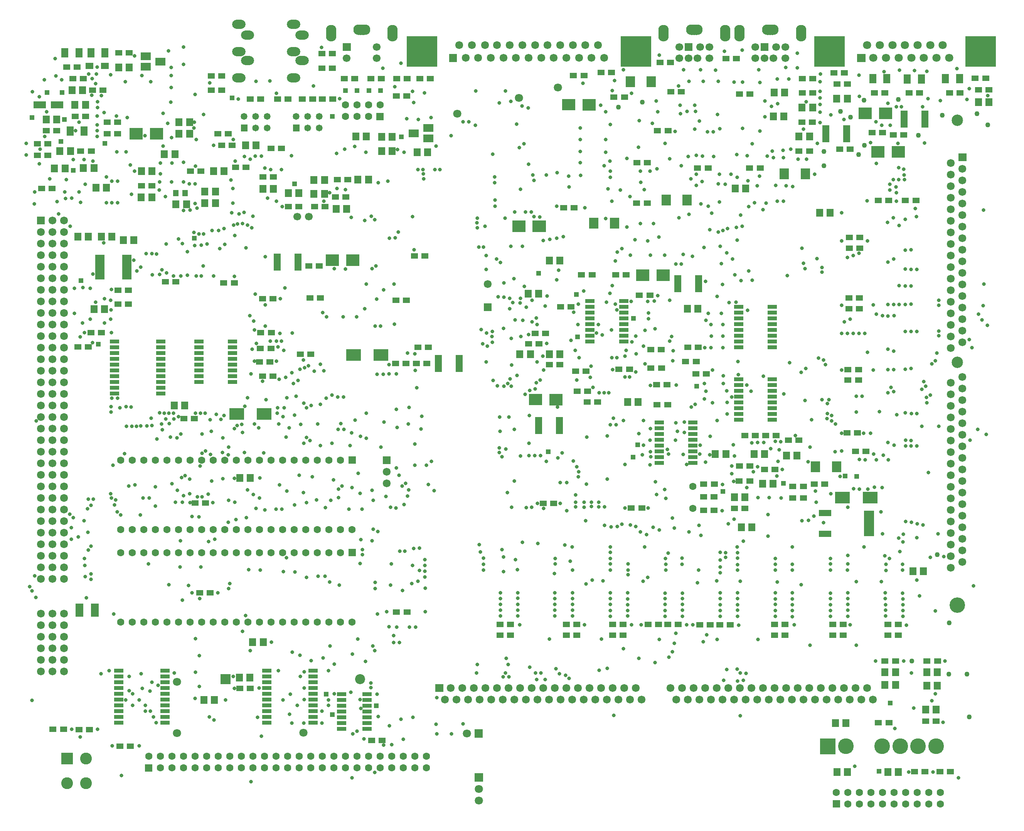
<source format=gbr>
%FSLAX34Y34*%
%MOMM*%
%LNSOLDERMASK_BOTTOM*%
G71*
G01*
%ADD10C,0.800*%
%ADD11C,1.600*%
%ADD12C,2.200*%
%ADD13C,1.720*%
%ADD14C,3.400*%
%ADD15C,2.500*%
%ADD16C,1.800*%
%ADD17C,1.720*%
%ADD18C,2.300*%
%ADD19C,1.700*%
%ADD20C,2.000*%
%ADD21C,1.600*%
%ADD22C,1.600*%
%ADD23C,1.480*%
%ADD24C,2.600*%
%ADD25C,3.450*%
%ADD26C,1.100*%
%ADD27C,1.800*%
%ADD28R,1.500X2.100*%
%ADD29R,1.500X1.800*%
%ADD30R,1.500X1.200*%
%ADD31R,2.900X2.500*%
%ADD32R,3.300X2.500*%
%ADD33R,1.500X3.700*%
%ADD34R,2.100X2.400*%
%ADD35R,2.000X5.500*%
%ADD36R,1.700X3.000*%
%ADD37R,2.800X1.500*%
%ADD38R,2.200X1.700*%
%ADD39R,2.100X0.900*%
%ADD40R,2.800X1.400*%
%ADD41R,2.200X5.600*%
%ADD42R,1.700X1.400*%
%ADD43R,1.200X1.400*%
%ADD44R,1.000X1.000*%
%ADD45R,2.000X0.900*%
%LPD*%
X173831Y794544D02*
G54D10*
D03*
X321469Y-547687D02*
G54D10*
D03*
G36*
X819212Y-48878D02*
X803212Y-48878D01*
X803212Y-32878D01*
X819212Y-32878D01*
X819212Y-48878D01*
G37*
X785812Y-40878D02*
G54D11*
D03*
X760412Y-40878D02*
G54D11*
D03*
X735012Y-40878D02*
G54D11*
D03*
X709612Y-40878D02*
G54D11*
D03*
X684212Y-40878D02*
G54D11*
D03*
X658812Y-40878D02*
G54D11*
D03*
X633412Y-40878D02*
G54D11*
D03*
X608012Y-40878D02*
G54D11*
D03*
X582612Y-40878D02*
G54D11*
D03*
X557212Y-40878D02*
G54D11*
D03*
X531813Y-40878D02*
G54D11*
D03*
X506412Y-40878D02*
G54D11*
D03*
X481012Y-40878D02*
G54D11*
D03*
X455612Y-40878D02*
G54D11*
D03*
X430212Y-40878D02*
G54D11*
D03*
X404812Y-40878D02*
G54D11*
D03*
X379412Y-40878D02*
G54D11*
D03*
X354012Y-40878D02*
G54D11*
D03*
X328612Y-40878D02*
G54D11*
D03*
X328612Y-193278D02*
G54D11*
D03*
X354012Y-193278D02*
G54D11*
D03*
X379412Y-193278D02*
G54D11*
D03*
X404812Y-193278D02*
G54D11*
D03*
X430212Y-193278D02*
G54D11*
D03*
X455612Y-193278D02*
G54D11*
D03*
X481012Y-193278D02*
G54D11*
D03*
X506412Y-193278D02*
G54D11*
D03*
X531813Y-193278D02*
G54D11*
D03*
X557212Y-193278D02*
G54D11*
D03*
X582612Y-193278D02*
G54D11*
D03*
X608012Y-193278D02*
G54D11*
D03*
X633412Y-193278D02*
G54D11*
D03*
X658812Y-193278D02*
G54D11*
D03*
X684212Y-193278D02*
G54D11*
D03*
X709612Y-193278D02*
G54D11*
D03*
X735012Y-193278D02*
G54D11*
D03*
X760412Y-193278D02*
G54D11*
D03*
X785812Y-193278D02*
G54D11*
D03*
X811212Y-193278D02*
G54D11*
D03*
X303212Y-40878D02*
G54D11*
D03*
X303213Y-193278D02*
G54D11*
D03*
G36*
X819212Y-252078D02*
X803212Y-252078D01*
X803212Y-236078D01*
X819212Y-236078D01*
X819212Y-252078D01*
G37*
X785812Y-244078D02*
G54D11*
D03*
X760412Y-244078D02*
G54D11*
D03*
X735012Y-244078D02*
G54D11*
D03*
X709612Y-244078D02*
G54D11*
D03*
X684212Y-244078D02*
G54D11*
D03*
X658812Y-244078D02*
G54D11*
D03*
X633412Y-244078D02*
G54D11*
D03*
X608012Y-244078D02*
G54D11*
D03*
X582612Y-244078D02*
G54D11*
D03*
X557212Y-244078D02*
G54D11*
D03*
X531813Y-244078D02*
G54D11*
D03*
X506412Y-244078D02*
G54D11*
D03*
X481012Y-244078D02*
G54D11*
D03*
X455612Y-244078D02*
G54D11*
D03*
X430212Y-244078D02*
G54D11*
D03*
X404812Y-244078D02*
G54D11*
D03*
X379412Y-244078D02*
G54D11*
D03*
X354012Y-244078D02*
G54D11*
D03*
X328612Y-244078D02*
G54D11*
D03*
X328612Y-396478D02*
G54D11*
D03*
X354012Y-396478D02*
G54D11*
D03*
X379412Y-396478D02*
G54D11*
D03*
X404812Y-396478D02*
G54D11*
D03*
X430212Y-396478D02*
G54D11*
D03*
X455612Y-396478D02*
G54D11*
D03*
X481012Y-396478D02*
G54D11*
D03*
X506412Y-396478D02*
G54D11*
D03*
X531813Y-396478D02*
G54D11*
D03*
X557212Y-396478D02*
G54D11*
D03*
X582612Y-396478D02*
G54D11*
D03*
X608012Y-396478D02*
G54D11*
D03*
X633412Y-396478D02*
G54D11*
D03*
X658812Y-396478D02*
G54D11*
D03*
X684212Y-396478D02*
G54D11*
D03*
X709612Y-396478D02*
G54D11*
D03*
X735012Y-396478D02*
G54D11*
D03*
X760412Y-396478D02*
G54D11*
D03*
X785812Y-396478D02*
G54D11*
D03*
X811212Y-396478D02*
G54D11*
D03*
X303212Y-244078D02*
G54D11*
D03*
X303213Y-396478D02*
G54D11*
D03*
X828675Y-522288D02*
G54D12*
D03*
G36*
X522400Y-511288D02*
X544400Y-511288D01*
X544400Y-533288D01*
X522400Y-533288D01*
X522400Y-511288D01*
G37*
X2151772Y446787D02*
G54D13*
D03*
X2151772Y421387D02*
G54D13*
D03*
X2151772Y395987D02*
G54D13*
D03*
X2151772Y370587D02*
G54D13*
D03*
X2151772Y345187D02*
G54D13*
D03*
X2151772Y319787D02*
G54D13*
D03*
X2151772Y294387D02*
G54D13*
D03*
X2151772Y268987D02*
G54D13*
D03*
X2151772Y243587D02*
G54D13*
D03*
X2151772Y218187D02*
G54D13*
D03*
X2151772Y141987D02*
G54D13*
D03*
X2151772Y116587D02*
G54D13*
D03*
X2151772Y91187D02*
G54D13*
D03*
X2151772Y65787D02*
G54D13*
D03*
X2151772Y40387D02*
G54D13*
D03*
X2151772Y14988D02*
G54D13*
D03*
X2151772Y-10412D02*
G54D13*
D03*
X2151772Y-35813D02*
G54D13*
D03*
X2151772Y-61213D02*
G54D13*
D03*
X2151772Y-86613D02*
G54D13*
D03*
X2151772Y-112013D02*
G54D13*
D03*
X2151772Y-137413D02*
G54D13*
D03*
X2151772Y-162813D02*
G54D13*
D03*
X2151772Y-188213D02*
G54D13*
D03*
X2151772Y-213613D02*
G54D13*
D03*
X2151772Y-239013D02*
G54D13*
D03*
X2151772Y-264413D02*
G54D13*
D03*
X2126372Y434087D02*
G54D13*
D03*
X2126372Y408687D02*
G54D13*
D03*
X2126372Y383287D02*
G54D13*
D03*
X2126372Y357887D02*
G54D13*
D03*
X2126372Y332487D02*
G54D13*
D03*
X2126372Y307087D02*
G54D13*
D03*
X2126372Y281687D02*
G54D13*
D03*
X2126372Y256287D02*
G54D13*
D03*
X2126372Y230887D02*
G54D13*
D03*
X2126372Y205487D02*
G54D13*
D03*
X2126372Y129287D02*
G54D13*
D03*
X2126372Y103887D02*
G54D13*
D03*
X2126372Y78487D02*
G54D13*
D03*
X2126372Y53087D02*
G54D13*
D03*
X2126372Y27688D02*
G54D13*
D03*
X2126372Y2288D02*
G54D13*
D03*
X2126372Y-23113D02*
G54D13*
D03*
X2126372Y-48513D02*
G54D13*
D03*
X2126372Y-73913D02*
G54D13*
D03*
X2126372Y-99313D02*
G54D13*
D03*
X2126372Y-124713D02*
G54D13*
D03*
X2126372Y-150113D02*
G54D13*
D03*
X2126372Y-175513D02*
G54D13*
D03*
X2126372Y-200913D02*
G54D13*
D03*
X2126372Y-226313D02*
G54D13*
D03*
X2126372Y-251713D02*
G54D13*
D03*
X2126372Y-277113D02*
G54D13*
D03*
G36*
X2160372Y633187D02*
X2160372Y615987D01*
X2143172Y615987D01*
X2143172Y633187D01*
X2160372Y633187D01*
G37*
X2151772Y599187D02*
G54D13*
D03*
X2151772Y573787D02*
G54D13*
D03*
X2151772Y548387D02*
G54D13*
D03*
X2151772Y522987D02*
G54D13*
D03*
X2151772Y497587D02*
G54D13*
D03*
X2151772Y472187D02*
G54D13*
D03*
X2126372Y611887D02*
G54D13*
D03*
X2126372Y586487D02*
G54D13*
D03*
X2126372Y561087D02*
G54D13*
D03*
X2126372Y535687D02*
G54D13*
D03*
X2126372Y510287D02*
G54D13*
D03*
X2126372Y484887D02*
G54D13*
D03*
X2126372Y459487D02*
G54D13*
D03*
X2140140Y-359203D02*
G54D14*
D03*
X2140140Y174197D02*
G54D15*
D03*
X2140140Y706009D02*
G54D15*
D03*
G36*
X1938508Y833430D02*
X1920508Y833430D01*
X1920508Y851430D01*
X1938508Y851430D01*
X1938508Y833430D01*
G37*
X1956208Y842430D02*
G54D16*
D03*
X1983908Y842430D02*
G54D16*
D03*
X2011608Y842430D02*
G54D16*
D03*
X2039208Y842430D02*
G54D16*
D03*
X2066908Y842430D02*
G54D16*
D03*
X2094608Y842430D02*
G54D16*
D03*
X2122308Y842430D02*
G54D16*
D03*
X1942508Y870830D02*
G54D16*
D03*
X1970208Y870830D02*
G54D16*
D03*
X1997808Y870830D02*
G54D16*
D03*
X2025508Y870830D02*
G54D16*
D03*
X2053208Y870830D02*
G54D16*
D03*
X2080908Y870830D02*
G54D16*
D03*
X2108608Y870830D02*
G54D16*
D03*
G36*
X2157816Y890369D02*
X2224816Y890369D01*
X2224816Y823369D01*
X2157816Y823369D01*
X2157816Y890369D01*
G37*
G36*
X1826028Y890369D02*
X1893028Y890369D01*
X1893028Y823369D01*
X1826028Y823369D01*
X1826028Y890369D01*
G37*
G36*
X1401372Y890369D02*
X1468372Y890369D01*
X1468372Y823369D01*
X1401372Y823369D01*
X1401372Y890369D01*
G37*
G36*
X931472Y890369D02*
X998472Y890369D01*
X998472Y823369D01*
X931472Y823369D01*
X931472Y890369D01*
G37*
G36*
X1041389Y833830D02*
X1024189Y833830D01*
X1024189Y851030D01*
X1041389Y851030D01*
X1041389Y833830D01*
G37*
X1060489Y842430D02*
G54D17*
D03*
X1088089Y842430D02*
G54D17*
D03*
X1115789Y842430D02*
G54D17*
D03*
X1143489Y842430D02*
G54D17*
D03*
X1171189Y842430D02*
G54D17*
D03*
X1198889Y842430D02*
G54D17*
D03*
X1226589Y842430D02*
G54D17*
D03*
X1254289Y842430D02*
G54D17*
D03*
X1281889Y842430D02*
G54D17*
D03*
X1309589Y842430D02*
G54D17*
D03*
X1337289Y842430D02*
G54D17*
D03*
X1364989Y842430D02*
G54D17*
D03*
X1046689Y870830D02*
G54D17*
D03*
X1074389Y870830D02*
G54D17*
D03*
X1103089Y870830D02*
G54D17*
D03*
X1129789Y870830D02*
G54D17*
D03*
X1157489Y870830D02*
G54D17*
D03*
X1185189Y870830D02*
G54D17*
D03*
X1212889Y870830D02*
G54D17*
D03*
X1240489Y870830D02*
G54D17*
D03*
X1268189Y870830D02*
G54D17*
D03*
X1295889Y870830D02*
G54D17*
D03*
X1323589Y870830D02*
G54D17*
D03*
X1351289Y870830D02*
G54D17*
D03*
X1797202Y904004D02*
G54D18*
D03*
X1797202Y903004D02*
G54D18*
D03*
X1797202Y902004D02*
G54D18*
D03*
X1797202Y901004D02*
G54D18*
D03*
X1797202Y900004D02*
G54D18*
D03*
X1797202Y899004D02*
G54D18*
D03*
X1797202Y898004D02*
G54D18*
D03*
X1797202Y897004D02*
G54D18*
D03*
X1797202Y896004D02*
G54D18*
D03*
X1797202Y895004D02*
G54D18*
D03*
X1797202Y894004D02*
G54D18*
D03*
X1797202Y893004D02*
G54D18*
D03*
X1797202Y892004D02*
G54D18*
D03*
X1797202Y891004D02*
G54D18*
D03*
X1797202Y890004D02*
G54D18*
D03*
X1662265Y904004D02*
G54D18*
D03*
X1662265Y903004D02*
G54D18*
D03*
X1662265Y902004D02*
G54D18*
D03*
X1662265Y901004D02*
G54D18*
D03*
X1662265Y900004D02*
G54D18*
D03*
X1662265Y899004D02*
G54D18*
D03*
X1662265Y898004D02*
G54D18*
D03*
X1662265Y897004D02*
G54D18*
D03*
X1662265Y896004D02*
G54D18*
D03*
X1662265Y895004D02*
G54D18*
D03*
X1662265Y894004D02*
G54D18*
D03*
X1662265Y893004D02*
G54D18*
D03*
X1662265Y892004D02*
G54D18*
D03*
X1662265Y891004D02*
G54D18*
D03*
X1662265Y890004D02*
G54D18*
D03*
X1736733Y904941D02*
G54D18*
D03*
X1735734Y904941D02*
G54D18*
D03*
X1734734Y904941D02*
G54D18*
D03*
X1733734Y904941D02*
G54D18*
D03*
X1732734Y904941D02*
G54D18*
D03*
X1731734Y904941D02*
G54D18*
D03*
X1730733Y904941D02*
G54D18*
D03*
X1729733Y904941D02*
G54D18*
D03*
X1728734Y904941D02*
G54D18*
D03*
X1727734Y904941D02*
G54D18*
D03*
X1726734Y904941D02*
G54D18*
D03*
X1725734Y904941D02*
G54D18*
D03*
X1724734Y904941D02*
G54D18*
D03*
X1723733Y904941D02*
G54D18*
D03*
X1722733Y904941D02*
G54D18*
D03*
X1696808Y841647D02*
G54D19*
D03*
X1716808Y841647D02*
G54D19*
D03*
X1736808Y841647D02*
G54D19*
D03*
X1696808Y866647D02*
G54D19*
D03*
G36*
X1708308Y875147D02*
X1725308Y875147D01*
X1725308Y858147D01*
X1708308Y858147D01*
X1708308Y875147D01*
G37*
X1742808Y866647D02*
G54D19*
D03*
X1762808Y866647D02*
G54D19*
D03*
X1762808Y841647D02*
G54D19*
D03*
X1630396Y904004D02*
G54D18*
D03*
X1630396Y903004D02*
G54D18*
D03*
X1630396Y902004D02*
G54D18*
D03*
X1630396Y901004D02*
G54D18*
D03*
X1630396Y900004D02*
G54D18*
D03*
X1630396Y899004D02*
G54D18*
D03*
X1630396Y898004D02*
G54D18*
D03*
X1630396Y897004D02*
G54D18*
D03*
X1630396Y896004D02*
G54D18*
D03*
X1630396Y895004D02*
G54D18*
D03*
X1630396Y894004D02*
G54D18*
D03*
X1630396Y893004D02*
G54D18*
D03*
X1630396Y892004D02*
G54D18*
D03*
X1630396Y891004D02*
G54D18*
D03*
X1630396Y890004D02*
G54D18*
D03*
X1495459Y904004D02*
G54D18*
D03*
X1495459Y903004D02*
G54D18*
D03*
X1495459Y902004D02*
G54D18*
D03*
X1495459Y901004D02*
G54D18*
D03*
X1495459Y900004D02*
G54D18*
D03*
X1495459Y899004D02*
G54D18*
D03*
X1495459Y898004D02*
G54D18*
D03*
X1495459Y897004D02*
G54D18*
D03*
X1495459Y896004D02*
G54D18*
D03*
X1495459Y895004D02*
G54D18*
D03*
X1495459Y894004D02*
G54D18*
D03*
X1495459Y893004D02*
G54D18*
D03*
X1495459Y892004D02*
G54D18*
D03*
X1495459Y891004D02*
G54D18*
D03*
X1495459Y890004D02*
G54D18*
D03*
X1569927Y904941D02*
G54D18*
D03*
X1568928Y904941D02*
G54D18*
D03*
X1567928Y904941D02*
G54D18*
D03*
X1566928Y904941D02*
G54D18*
D03*
X1565928Y904941D02*
G54D18*
D03*
X1564928Y904941D02*
G54D18*
D03*
X1563927Y904941D02*
G54D18*
D03*
X1562927Y904941D02*
G54D18*
D03*
X1561928Y904941D02*
G54D18*
D03*
X1560928Y904941D02*
G54D18*
D03*
X1559928Y904941D02*
G54D18*
D03*
X1558928Y904941D02*
G54D18*
D03*
X1557928Y904941D02*
G54D18*
D03*
X1556927Y904941D02*
G54D18*
D03*
X1555927Y904941D02*
G54D18*
D03*
X1530002Y841647D02*
G54D19*
D03*
X1550002Y841647D02*
G54D19*
D03*
X1570002Y841647D02*
G54D19*
D03*
X1530002Y866647D02*
G54D19*
D03*
G36*
X1541502Y875147D02*
X1558502Y875147D01*
X1558502Y858147D01*
X1541502Y858147D01*
X1541502Y875147D01*
G37*
X1576002Y866647D02*
G54D19*
D03*
X1596002Y866647D02*
G54D19*
D03*
X1596002Y841647D02*
G54D19*
D03*
X900027Y904004D02*
G54D18*
D03*
X900027Y903004D02*
G54D18*
D03*
X900027Y902004D02*
G54D18*
D03*
X900027Y901004D02*
G54D18*
D03*
X900027Y900004D02*
G54D18*
D03*
X900027Y899004D02*
G54D18*
D03*
X900027Y898004D02*
G54D18*
D03*
X900027Y897004D02*
G54D18*
D03*
X900027Y896004D02*
G54D18*
D03*
X900027Y895004D02*
G54D18*
D03*
X900027Y894004D02*
G54D18*
D03*
X900027Y893004D02*
G54D18*
D03*
X900027Y892004D02*
G54D18*
D03*
X900027Y891004D02*
G54D18*
D03*
X900027Y890004D02*
G54D18*
D03*
X765089Y904004D02*
G54D18*
D03*
X765089Y903004D02*
G54D18*
D03*
X765089Y902004D02*
G54D18*
D03*
X765089Y901004D02*
G54D18*
D03*
X765089Y900004D02*
G54D18*
D03*
X765089Y899004D02*
G54D18*
D03*
X765089Y898004D02*
G54D18*
D03*
X765089Y897004D02*
G54D18*
D03*
X765089Y896004D02*
G54D18*
D03*
X765089Y895004D02*
G54D18*
D03*
X765089Y894004D02*
G54D18*
D03*
X765089Y893004D02*
G54D18*
D03*
X765089Y892004D02*
G54D18*
D03*
X765089Y891004D02*
G54D18*
D03*
X765089Y890004D02*
G54D18*
D03*
X839558Y904942D02*
G54D18*
D03*
X838558Y904942D02*
G54D18*
D03*
X837558Y904942D02*
G54D18*
D03*
X836558Y904942D02*
G54D18*
D03*
X835558Y904942D02*
G54D18*
D03*
X834558Y904942D02*
G54D18*
D03*
X833558Y904942D02*
G54D18*
D03*
X832558Y904942D02*
G54D18*
D03*
X831558Y904942D02*
G54D18*
D03*
X830558Y904942D02*
G54D18*
D03*
X829558Y904942D02*
G54D18*
D03*
X828558Y904942D02*
G54D18*
D03*
X827558Y904942D02*
G54D18*
D03*
X826558Y904942D02*
G54D18*
D03*
X825558Y904942D02*
G54D18*
D03*
X799633Y841647D02*
G54D19*
D03*
G36*
X791133Y875147D02*
X808133Y875147D01*
X808133Y858147D01*
X791133Y858147D01*
X791133Y875147D01*
G37*
X865633Y866647D02*
G54D19*
D03*
X865633Y841647D02*
G54D19*
D03*
X678095Y799156D02*
G54D20*
D03*
X679095Y799156D02*
G54D20*
D03*
X680095Y799156D02*
G54D20*
D03*
X681095Y799156D02*
G54D20*
D03*
X682095Y799156D02*
G54D20*
D03*
X683095Y799156D02*
G54D20*
D03*
X684095Y799156D02*
G54D20*
D03*
X685095Y799156D02*
G54D20*
D03*
X686095Y799156D02*
G54D20*
D03*
X687095Y799156D02*
G54D20*
D03*
X697145Y836462D02*
G54D20*
D03*
X698145Y836462D02*
G54D20*
D03*
X699145Y836462D02*
G54D20*
D03*
X700145Y836462D02*
G54D20*
D03*
X701145Y836462D02*
G54D20*
D03*
X702145Y836462D02*
G54D20*
D03*
X703145Y836462D02*
G54D20*
D03*
X704145Y836462D02*
G54D20*
D03*
X705145Y836462D02*
G54D20*
D03*
X706145Y836462D02*
G54D20*
D03*
X678095Y856306D02*
G54D20*
D03*
X679095Y856306D02*
G54D20*
D03*
X680095Y856306D02*
G54D20*
D03*
X681095Y856306D02*
G54D20*
D03*
X682095Y856306D02*
G54D20*
D03*
X683095Y856306D02*
G54D20*
D03*
X684095Y856306D02*
G54D20*
D03*
X685095Y856306D02*
G54D20*
D03*
X686095Y856306D02*
G54D20*
D03*
X687095Y856306D02*
G54D20*
D03*
X697145Y892818D02*
G54D20*
D03*
X698145Y892818D02*
G54D20*
D03*
X699145Y892818D02*
G54D20*
D03*
X700145Y892818D02*
G54D20*
D03*
X701145Y892818D02*
G54D20*
D03*
X702145Y892818D02*
G54D20*
D03*
X703145Y892818D02*
G54D20*
D03*
X704145Y892818D02*
G54D20*
D03*
X705145Y892818D02*
G54D20*
D03*
X706145Y892818D02*
G54D20*
D03*
X678095Y916630D02*
G54D20*
D03*
X679095Y916630D02*
G54D20*
D03*
X680095Y916630D02*
G54D20*
D03*
X681095Y916630D02*
G54D20*
D03*
X682095Y916630D02*
G54D20*
D03*
X683095Y916630D02*
G54D20*
D03*
X684095Y916630D02*
G54D20*
D03*
X685095Y916630D02*
G54D20*
D03*
X686095Y916630D02*
G54D20*
D03*
X687095Y916630D02*
G54D20*
D03*
X558238Y799156D02*
G54D20*
D03*
X559238Y799156D02*
G54D20*
D03*
X560238Y799156D02*
G54D20*
D03*
X561238Y799156D02*
G54D20*
D03*
X562238Y799156D02*
G54D20*
D03*
X563238Y799156D02*
G54D20*
D03*
X564238Y799156D02*
G54D20*
D03*
X565238Y799156D02*
G54D20*
D03*
X566238Y799156D02*
G54D20*
D03*
X567238Y799156D02*
G54D20*
D03*
X577288Y836462D02*
G54D20*
D03*
X578288Y836462D02*
G54D20*
D03*
X579288Y836462D02*
G54D20*
D03*
X580288Y836462D02*
G54D20*
D03*
X581288Y836462D02*
G54D20*
D03*
X582288Y836462D02*
G54D20*
D03*
X583288Y836462D02*
G54D20*
D03*
X584288Y836462D02*
G54D20*
D03*
X585288Y836462D02*
G54D20*
D03*
X586288Y836462D02*
G54D20*
D03*
X558238Y856306D02*
G54D20*
D03*
X559238Y856306D02*
G54D20*
D03*
X560238Y856306D02*
G54D20*
D03*
X561238Y856306D02*
G54D20*
D03*
X562238Y856306D02*
G54D20*
D03*
X563238Y856306D02*
G54D20*
D03*
X564238Y856306D02*
G54D20*
D03*
X565238Y856306D02*
G54D20*
D03*
X566238Y856306D02*
G54D20*
D03*
X567238Y856306D02*
G54D20*
D03*
X577288Y892818D02*
G54D20*
D03*
X578288Y892818D02*
G54D20*
D03*
X579288Y892818D02*
G54D20*
D03*
X580288Y892818D02*
G54D20*
D03*
X581288Y892818D02*
G54D20*
D03*
X582288Y892818D02*
G54D20*
D03*
X583288Y892818D02*
G54D20*
D03*
X584288Y892818D02*
G54D20*
D03*
X585288Y892818D02*
G54D20*
D03*
X586288Y892818D02*
G54D20*
D03*
X558238Y916630D02*
G54D20*
D03*
X559238Y916630D02*
G54D20*
D03*
X560238Y916630D02*
G54D20*
D03*
X561238Y916630D02*
G54D20*
D03*
X562238Y916630D02*
G54D20*
D03*
X563238Y916630D02*
G54D20*
D03*
X564238Y916630D02*
G54D20*
D03*
X565238Y916630D02*
G54D20*
D03*
X566238Y916630D02*
G54D20*
D03*
X567239Y916630D02*
G54D20*
D03*
X690734Y493694D02*
G54D19*
D03*
X716134Y493694D02*
G54D19*
D03*
X1559719Y-98425D02*
G54D21*
D03*
X1559719Y-146844D02*
G54D21*
D03*
G36*
X880728Y705979D02*
X864728Y705979D01*
X864728Y721979D01*
X880728Y721979D01*
X880728Y705979D01*
G37*
X872728Y739379D02*
G54D22*
D03*
X847328Y713979D02*
G54D22*
D03*
X847328Y739379D02*
G54D22*
D03*
X821928Y713979D02*
G54D22*
D03*
X821928Y739379D02*
G54D22*
D03*
X796528Y713979D02*
G54D22*
D03*
X796528Y739379D02*
G54D22*
D03*
G36*
X681286Y696068D02*
X696086Y696068D01*
X696086Y681268D01*
X681286Y681268D01*
X681286Y696068D01*
G37*
X688686Y714068D02*
G54D23*
D03*
X714086Y688668D02*
G54D23*
D03*
X714086Y714068D02*
G54D23*
D03*
X739486Y688668D02*
G54D23*
D03*
X739486Y714068D02*
G54D23*
D03*
G36*
X566986Y696068D02*
X581786Y696068D01*
X581786Y681268D01*
X566986Y681268D01*
X566986Y696068D01*
G37*
X574386Y714068D02*
G54D23*
D03*
X599786Y688668D02*
G54D23*
D03*
X599786Y714068D02*
G54D23*
D03*
X625186Y688668D02*
G54D23*
D03*
X625186Y714068D02*
G54D23*
D03*
G36*
X172340Y-683516D02*
X198340Y-683516D01*
X198340Y-709516D01*
X172340Y-709516D01*
X172340Y-683516D01*
G37*
X226616Y-696516D02*
G54D24*
D03*
X185340Y-750490D02*
G54D24*
D03*
X226616Y-750490D02*
G54D24*
D03*
G36*
X356728Y-709153D02*
X372728Y-709153D01*
X372728Y-725153D01*
X356728Y-725153D01*
X356728Y-709153D01*
G37*
X364728Y-691753D02*
G54D21*
D03*
X390128Y-717153D02*
G54D21*
D03*
X390128Y-691753D02*
G54D21*
D03*
X415528Y-717153D02*
G54D21*
D03*
X415528Y-691753D02*
G54D21*
D03*
X440928Y-717153D02*
G54D21*
D03*
X440928Y-691753D02*
G54D21*
D03*
X466328Y-717153D02*
G54D21*
D03*
X466328Y-691753D02*
G54D21*
D03*
X491728Y-717153D02*
G54D21*
D03*
X491728Y-691753D02*
G54D21*
D03*
X517128Y-717153D02*
G54D21*
D03*
X517128Y-691753D02*
G54D21*
D03*
X542528Y-717153D02*
G54D21*
D03*
X542528Y-691753D02*
G54D21*
D03*
X567928Y-717153D02*
G54D21*
D03*
X567928Y-691753D02*
G54D21*
D03*
X593328Y-717153D02*
G54D21*
D03*
X593328Y-691753D02*
G54D21*
D03*
X618728Y-717153D02*
G54D21*
D03*
X618728Y-691753D02*
G54D21*
D03*
X644128Y-717153D02*
G54D21*
D03*
X644128Y-691753D02*
G54D21*
D03*
X669528Y-717153D02*
G54D21*
D03*
X669528Y-691753D02*
G54D21*
D03*
X694928Y-717153D02*
G54D21*
D03*
X694928Y-691753D02*
G54D21*
D03*
X720328Y-717153D02*
G54D21*
D03*
X720328Y-691753D02*
G54D21*
D03*
X745728Y-717153D02*
G54D21*
D03*
X745728Y-691753D02*
G54D21*
D03*
X771128Y-717153D02*
G54D21*
D03*
X771128Y-691753D02*
G54D21*
D03*
X796528Y-717153D02*
G54D21*
D03*
X796528Y-691753D02*
G54D21*
D03*
X821928Y-717153D02*
G54D21*
D03*
X821928Y-691753D02*
G54D21*
D03*
X847328Y-717153D02*
G54D21*
D03*
X847328Y-691753D02*
G54D21*
D03*
X872728Y-717153D02*
G54D21*
D03*
X872728Y-691753D02*
G54D21*
D03*
X898128Y-717153D02*
G54D21*
D03*
X898128Y-691753D02*
G54D21*
D03*
X923528Y-717153D02*
G54D21*
D03*
X923528Y-691753D02*
G54D21*
D03*
X948928Y-717153D02*
G54D21*
D03*
X948928Y-691753D02*
G54D21*
D03*
X974328Y-717153D02*
G54D21*
D03*
X974328Y-691753D02*
G54D21*
D03*
G36*
X1866838Y-788131D02*
X1882838Y-788131D01*
X1882838Y-804131D01*
X1866838Y-804131D01*
X1866838Y-788131D01*
G37*
X1874838Y-770731D02*
G54D21*
D03*
X1900238Y-796131D02*
G54D21*
D03*
X1900238Y-770731D02*
G54D21*
D03*
X1925638Y-796131D02*
G54D21*
D03*
X1925638Y-770731D02*
G54D21*
D03*
X1951038Y-796131D02*
G54D21*
D03*
X1951038Y-770731D02*
G54D21*
D03*
X1976438Y-796131D02*
G54D21*
D03*
X1976438Y-770731D02*
G54D21*
D03*
X2001837Y-796131D02*
G54D21*
D03*
X2001838Y-770731D02*
G54D21*
D03*
X2027238Y-796131D02*
G54D21*
D03*
X2027238Y-770731D02*
G54D21*
D03*
X2052638Y-796131D02*
G54D21*
D03*
X2052638Y-770731D02*
G54D21*
D03*
X2078038Y-796131D02*
G54D21*
D03*
X2078038Y-770731D02*
G54D21*
D03*
X2103438Y-796131D02*
G54D21*
D03*
X2103438Y-770731D02*
G54D21*
D03*
X2094048Y-669758D02*
G54D25*
D03*
X2054361Y-669758D02*
G54D25*
D03*
X2014673Y-669758D02*
G54D25*
D03*
X1974986Y-669758D02*
G54D25*
D03*
X1895611Y-669758D02*
G54D25*
D03*
G36*
X1838673Y-687008D02*
X1838673Y-652508D01*
X1873173Y-652508D01*
X1873173Y-687008D01*
X1838673Y-687008D01*
G37*
X1180652Y-541716D02*
G54D13*
D03*
X1206052Y-541716D02*
G54D13*
D03*
X1231452Y-541716D02*
G54D13*
D03*
X1256852Y-541716D02*
G54D13*
D03*
X1282252Y-541716D02*
G54D13*
D03*
X1307652Y-541716D02*
G54D13*
D03*
X1333052Y-541716D02*
G54D13*
D03*
X1358452Y-541716D02*
G54D13*
D03*
X1383852Y-541716D02*
G54D13*
D03*
X1409252Y-541716D02*
G54D13*
D03*
X1536252Y-541716D02*
G54D13*
D03*
X1561652Y-541716D02*
G54D13*
D03*
X1587052Y-541716D02*
G54D13*
D03*
X1612452Y-541716D02*
G54D13*
D03*
X1637852Y-541716D02*
G54D13*
D03*
X1663252Y-541716D02*
G54D13*
D03*
X1688652Y-541716D02*
G54D13*
D03*
X1714052Y-541716D02*
G54D13*
D03*
X1739452Y-541716D02*
G54D13*
D03*
X1764852Y-541716D02*
G54D13*
D03*
X1790252Y-541716D02*
G54D13*
D03*
X1815652Y-541716D02*
G54D13*
D03*
X1841052Y-541716D02*
G54D13*
D03*
X1866452Y-541716D02*
G54D13*
D03*
X1891852Y-541716D02*
G54D13*
D03*
X1917252Y-541716D02*
G54D13*
D03*
X1942652Y-541716D02*
G54D13*
D03*
X1193352Y-567116D02*
G54D13*
D03*
X1218752Y-567116D02*
G54D13*
D03*
X1244152Y-567116D02*
G54D13*
D03*
X1269552Y-567116D02*
G54D13*
D03*
X1294952Y-567116D02*
G54D13*
D03*
X1320352Y-567116D02*
G54D13*
D03*
X1345752Y-567116D02*
G54D13*
D03*
X1371152Y-567116D02*
G54D13*
D03*
X1396552Y-567116D02*
G54D13*
D03*
X1421952Y-567116D02*
G54D13*
D03*
X1548952Y-567116D02*
G54D13*
D03*
X1574352Y-567116D02*
G54D13*
D03*
X1599752Y-567116D02*
G54D13*
D03*
X1625152Y-567116D02*
G54D13*
D03*
X1650551Y-567116D02*
G54D13*
D03*
X1675952Y-567116D02*
G54D13*
D03*
X1701352Y-567116D02*
G54D13*
D03*
X1726752Y-567116D02*
G54D13*
D03*
X1752152Y-567116D02*
G54D13*
D03*
X1777552Y-567116D02*
G54D13*
D03*
X1802952Y-567116D02*
G54D13*
D03*
X1828352Y-567116D02*
G54D13*
D03*
X1853752Y-567116D02*
G54D13*
D03*
X1879152Y-567116D02*
G54D13*
D03*
X1904552Y-567116D02*
G54D13*
D03*
X1929952Y-567116D02*
G54D13*
D03*
X1955352Y-567116D02*
G54D13*
D03*
G36*
X994251Y-533116D02*
X1011451Y-533116D01*
X1011451Y-550316D01*
X994251Y-550316D01*
X994251Y-533116D01*
G37*
X1028252Y-541716D02*
G54D13*
D03*
X1053652Y-541716D02*
G54D13*
D03*
X1079052Y-541716D02*
G54D13*
D03*
X1104452Y-541716D02*
G54D13*
D03*
X1129852Y-541716D02*
G54D13*
D03*
X1155252Y-541716D02*
G54D13*
D03*
X1015552Y-567116D02*
G54D13*
D03*
X1040952Y-567116D02*
G54D13*
D03*
X1066352Y-567116D02*
G54D13*
D03*
X1091752Y-567116D02*
G54D13*
D03*
X1117151Y-567116D02*
G54D13*
D03*
X1142552Y-567116D02*
G54D13*
D03*
X1167952Y-567116D02*
G54D13*
D03*
X1434652Y-541716D02*
G54D13*
D03*
X1447352Y-567116D02*
G54D13*
D03*
X1510852Y-541716D02*
G54D13*
D03*
X1523552Y-567116D02*
G54D13*
D03*
G36*
X1098025Y-650350D02*
X1080025Y-650350D01*
X1080025Y-632350D01*
X1098025Y-632350D01*
X1098025Y-650350D01*
G37*
X1063625Y-641350D02*
G54D16*
D03*
G36*
X1098634Y-729020D02*
X1098634Y-747020D01*
X1080634Y-747020D01*
X1080634Y-729020D01*
X1098634Y-729020D01*
G37*
X1089634Y-763420D02*
G54D16*
D03*
X1089634Y-788820D02*
G54D16*
D03*
G36*
X136170Y494298D02*
X136170Y477098D01*
X118970Y477098D01*
X118970Y494298D01*
X136170Y494298D01*
G37*
X127570Y460298D02*
G54D13*
D03*
X127570Y434898D02*
G54D13*
D03*
X127570Y409498D02*
G54D13*
D03*
X127570Y384098D02*
G54D13*
D03*
X127570Y358698D02*
G54D13*
D03*
X127570Y333298D02*
G54D13*
D03*
X127570Y307898D02*
G54D13*
D03*
X127570Y282498D02*
G54D13*
D03*
X127570Y257098D02*
G54D13*
D03*
X127570Y231698D02*
G54D13*
D03*
X127570Y206298D02*
G54D13*
D03*
X127570Y180898D02*
G54D13*
D03*
X127570Y155498D02*
G54D13*
D03*
X127570Y130098D02*
G54D13*
D03*
X127570Y104698D02*
G54D13*
D03*
X127570Y79298D02*
G54D13*
D03*
X127570Y53898D02*
G54D13*
D03*
X127570Y28498D02*
G54D13*
D03*
X127570Y3098D02*
G54D13*
D03*
X127570Y-22302D02*
G54D13*
D03*
X127570Y-47702D02*
G54D13*
D03*
X127570Y-73102D02*
G54D13*
D03*
X127570Y-98502D02*
G54D13*
D03*
X127570Y-123902D02*
G54D13*
D03*
X127570Y-149302D02*
G54D13*
D03*
X127570Y-174702D02*
G54D13*
D03*
X127570Y-200102D02*
G54D13*
D03*
X127570Y-225502D02*
G54D13*
D03*
X127570Y-250902D02*
G54D13*
D03*
X152970Y485698D02*
G54D13*
D03*
X152970Y460298D02*
G54D13*
D03*
X152971Y434898D02*
G54D13*
D03*
X152971Y409498D02*
G54D13*
D03*
X152970Y384098D02*
G54D13*
D03*
X152971Y358698D02*
G54D13*
D03*
X152970Y333298D02*
G54D13*
D03*
X152971Y307898D02*
G54D13*
D03*
X152970Y282498D02*
G54D13*
D03*
X152970Y257098D02*
G54D13*
D03*
X152970Y231698D02*
G54D13*
D03*
X152970Y206298D02*
G54D13*
D03*
X152970Y180898D02*
G54D13*
D03*
X152970Y155498D02*
G54D13*
D03*
X152970Y130098D02*
G54D13*
D03*
X152970Y104698D02*
G54D13*
D03*
X152970Y79298D02*
G54D13*
D03*
X152970Y53898D02*
G54D13*
D03*
X152970Y28498D02*
G54D13*
D03*
X152970Y3098D02*
G54D13*
D03*
X152970Y-22302D02*
G54D13*
D03*
X152970Y-47702D02*
G54D13*
D03*
X152970Y-73102D02*
G54D13*
D03*
X152970Y-98502D02*
G54D13*
D03*
X152970Y-123902D02*
G54D13*
D03*
X152970Y-149302D02*
G54D13*
D03*
X152970Y-174702D02*
G54D13*
D03*
X152970Y-200102D02*
G54D13*
D03*
X152970Y-225502D02*
G54D13*
D03*
X152970Y-250902D02*
G54D13*
D03*
X178370Y485698D02*
G54D13*
D03*
X178370Y460298D02*
G54D13*
D03*
X178370Y434898D02*
G54D13*
D03*
X178370Y409498D02*
G54D13*
D03*
X178370Y384098D02*
G54D13*
D03*
X178370Y358698D02*
G54D13*
D03*
X178370Y333298D02*
G54D13*
D03*
X178370Y307898D02*
G54D13*
D03*
X178370Y282498D02*
G54D13*
D03*
X178370Y257098D02*
G54D13*
D03*
X178370Y231698D02*
G54D13*
D03*
X178370Y206298D02*
G54D13*
D03*
X178370Y180898D02*
G54D13*
D03*
X178370Y155498D02*
G54D13*
D03*
X178370Y130098D02*
G54D13*
D03*
X178370Y104698D02*
G54D13*
D03*
X178370Y79298D02*
G54D13*
D03*
X178370Y53898D02*
G54D13*
D03*
X178370Y28498D02*
G54D13*
D03*
X178370Y3098D02*
G54D13*
D03*
X178370Y-22302D02*
G54D13*
D03*
X178370Y-47702D02*
G54D13*
D03*
X178370Y-73102D02*
G54D13*
D03*
X178370Y-98502D02*
G54D13*
D03*
X178370Y-123902D02*
G54D13*
D03*
X178370Y-149302D02*
G54D13*
D03*
X178370Y-174702D02*
G54D13*
D03*
X178370Y-200102D02*
G54D13*
D03*
X178370Y-225502D02*
G54D13*
D03*
X178370Y-250902D02*
G54D13*
D03*
X127570Y-276302D02*
G54D13*
D03*
X127570Y-301702D02*
G54D13*
D03*
X152970Y-276302D02*
G54D13*
D03*
X152971Y-301702D02*
G54D13*
D03*
X178370Y-276302D02*
G54D13*
D03*
X178370Y-301702D02*
G54D13*
D03*
X127570Y-377902D02*
G54D13*
D03*
X127570Y-403302D02*
G54D13*
D03*
X127570Y-428702D02*
G54D13*
D03*
X127570Y-454102D02*
G54D13*
D03*
X127570Y-479502D02*
G54D13*
D03*
X127570Y-504902D02*
G54D13*
D03*
X152970Y-377902D02*
G54D13*
D03*
X152971Y-403302D02*
G54D13*
D03*
X152970Y-428702D02*
G54D13*
D03*
X152970Y-454102D02*
G54D13*
D03*
X152970Y-479502D02*
G54D13*
D03*
X152971Y-504902D02*
G54D13*
D03*
X178370Y-377902D02*
G54D13*
D03*
X178370Y-403302D02*
G54D13*
D03*
X178370Y-428702D02*
G54D13*
D03*
X178370Y-454102D02*
G54D13*
D03*
X178370Y-479502D02*
G54D13*
D03*
X178370Y-504902D02*
G54D13*
D03*
G36*
X896108Y-32353D02*
X896108Y-49553D01*
X878908Y-49553D01*
X878908Y-32353D01*
X896108Y-32353D01*
G37*
X887508Y-66353D02*
G54D13*
D03*
X887508Y-91754D02*
G54D13*
D03*
X2006600Y735012D02*
G54D10*
D03*
X2017712Y735012D02*
G54D10*
D03*
X1988344Y742950D02*
G54D10*
D03*
X2063750Y735013D02*
G54D10*
D03*
X1962944Y611188D02*
G54D10*
D03*
X2011362Y601464D02*
G54D10*
D03*
X2022475Y598488D02*
G54D10*
D03*
X2023269Y585788D02*
G54D10*
D03*
X1993106Y694531D02*
G54D10*
D03*
X1974056Y694531D02*
G54D10*
D03*
X1961356Y702469D02*
G54D10*
D03*
X1949450Y656431D02*
G54D10*
D03*
X1925638Y758031D02*
G54D10*
D03*
X1979612Y812006D02*
G54D10*
D03*
X2012950Y815975D02*
G54D10*
D03*
X2046288Y814784D02*
G54D10*
D03*
X2073672Y813594D02*
G54D10*
D03*
X2139553Y818753D02*
G54D10*
D03*
X2207022Y759420D02*
G54D10*
D03*
X1891506Y707231D02*
G54D10*
D03*
X1862534Y717550D02*
G54D10*
D03*
X1839913Y807244D02*
G54D10*
D03*
X1838722Y790178D02*
G54D10*
D03*
X1838722Y769541D02*
G54D10*
D03*
X1838722Y754856D02*
G54D10*
D03*
X1838722Y740569D02*
G54D10*
D03*
X1838722Y723503D02*
G54D10*
D03*
X1838722Y700484D02*
G54D10*
D03*
X1999456Y575469D02*
G54D10*
D03*
X2011362Y575469D02*
G54D10*
D03*
X2024062Y575469D02*
G54D10*
D03*
X1991916Y565150D02*
G54D10*
D03*
X2005409Y559197D02*
G54D10*
D03*
X1992312Y552450D02*
G54D10*
D03*
X2006203Y546497D02*
G54D10*
D03*
X2006203Y528241D02*
G54D10*
D03*
X2048272Y511572D02*
G54D10*
D03*
X2050256Y494109D02*
G54D10*
D03*
X2025650Y488156D02*
G54D10*
D03*
X1999456Y491331D02*
G54D10*
D03*
X2012156Y474662D02*
G54D10*
D03*
X1986756Y481012D02*
G54D10*
D03*
X2198290Y508000D02*
G54D10*
D03*
X2099468Y309959D02*
G54D10*
D03*
X2099866Y299641D02*
G54D10*
D03*
X2099866Y242888D02*
G54D10*
D03*
X2099866Y232172D02*
G54D10*
D03*
X2009775Y655241D02*
G54D10*
D03*
X2068314Y656034D02*
G54D10*
D03*
X1826816Y586978D02*
G54D10*
D03*
X1809353Y619919D02*
G54D10*
D03*
X1790700Y620316D02*
G54D10*
D03*
X1833166Y655241D02*
G54D10*
D03*
X1722834Y627062D02*
G54D10*
D03*
X1736328Y623491D02*
G54D10*
D03*
X1733947Y638175D02*
G54D10*
D03*
X2103438Y748506D02*
G54D10*
D03*
X2025650Y420688D02*
G54D10*
D03*
X2038350Y421481D02*
G54D10*
D03*
X2000250Y400447D02*
G54D10*
D03*
X1987550Y394295D02*
G54D10*
D03*
X1942703Y440531D02*
G54D10*
D03*
X1885950Y440928D02*
G54D10*
D03*
X1898650Y404416D02*
G54D10*
D03*
X1911747Y408186D02*
G54D10*
D03*
X1924447Y413544D02*
G54D10*
D03*
X1843484Y382191D02*
G54D10*
D03*
X1843484Y371872D02*
G54D10*
D03*
X1832372Y401637D02*
G54D10*
D03*
X1805781Y379809D02*
G54D10*
D03*
X1802209Y391319D02*
G54D10*
D03*
X1799034Y424259D02*
G54D10*
D03*
X2051447Y377825D02*
G54D10*
D03*
X2038350Y378222D02*
G54D10*
D03*
X2025650Y378619D02*
G54D10*
D03*
X2198688Y345678D02*
G54D10*
D03*
X2197497Y298450D02*
G54D10*
D03*
X2187178Y279400D02*
G54D10*
D03*
X2194322Y266700D02*
G54D10*
D03*
X2206625Y255191D02*
G54D10*
D03*
X2166938Y223838D02*
G54D10*
D03*
X2172494Y205978D02*
G54D10*
D03*
X2095103Y194469D02*
G54D10*
D03*
X2092325Y177006D02*
G54D10*
D03*
X2084784Y170260D02*
G54D10*
D03*
X2066528Y131366D02*
G54D10*
D03*
X2070894Y121047D02*
G54D10*
D03*
X2062559Y114697D02*
G54D10*
D03*
X2080816Y101600D02*
G54D10*
D03*
X2072878Y96838D02*
G54D10*
D03*
X2073672Y85328D02*
G54D10*
D03*
X2099469Y33734D02*
G54D10*
D03*
X2203450Y15478D02*
G54D10*
D03*
X2185194Y26988D02*
G54D10*
D03*
X2168128Y2778D02*
G54D10*
D03*
X2076847Y-68262D02*
G54D10*
D03*
X2110978Y-252412D02*
G54D10*
D03*
X2097881Y-202406D02*
G54D10*
D03*
X2064941Y-183356D02*
G54D10*
D03*
X2052241Y-180578D02*
G54D10*
D03*
X2039541Y-177800D02*
G54D10*
D03*
X2027238Y-175816D02*
G54D10*
D03*
X2021681Y-203597D02*
G54D10*
D03*
X2051447Y-211534D02*
G54D10*
D03*
X2011759Y-212328D02*
G54D10*
D03*
X2014141Y-242094D02*
G54D10*
D03*
X2080816Y-254794D02*
G54D10*
D03*
X2051050Y-304006D02*
G54D10*
D03*
X2176066Y-317103D02*
G54D10*
D03*
X2091928Y-372269D02*
G54D10*
D03*
X2057797Y-339328D02*
G54D10*
D03*
X2020491Y-332978D02*
G54D10*
D03*
X2020888Y-345678D02*
G54D10*
D03*
X2020888Y-358775D02*
G54D10*
D03*
X2020888Y-371078D02*
G54D10*
D03*
X2020888Y-384175D02*
G54D10*
D03*
X2028825Y-403225D02*
G54D10*
D03*
X2022475Y-482600D02*
G54D10*
D03*
X2112962Y-482600D02*
G54D10*
D03*
X2092325Y-554038D02*
G54D10*
D03*
X2084388Y-569119D02*
G54D10*
D03*
X2143125Y-738981D02*
G54D10*
D03*
X2086769Y-726281D02*
G54D10*
D03*
X2033587Y-726281D02*
G54D10*
D03*
X1915319Y-713581D02*
G54D10*
D03*
X2003425Y-630238D02*
G54D10*
D03*
X2045097Y-585788D02*
G54D10*
D03*
X1918891Y-447278D02*
G54D10*
D03*
X1905397Y-402828D02*
G54D10*
D03*
X1900238Y-384175D02*
G54D10*
D03*
X1900238Y-370681D02*
G54D10*
D03*
X1900238Y-357981D02*
G54D10*
D03*
X1900238Y-345083D02*
G54D10*
D03*
X1900238Y-332581D02*
G54D10*
D03*
X1982787Y-383381D02*
G54D10*
D03*
X1982788Y-370681D02*
G54D10*
D03*
X1981994Y-345281D02*
G54D10*
D03*
X1981994Y-332581D02*
G54D10*
D03*
X1982788Y-358378D02*
G54D10*
D03*
X1862137Y-383778D02*
G54D10*
D03*
X1862138Y-371078D02*
G54D10*
D03*
X1862138Y-358378D02*
G54D10*
D03*
X1862138Y-345480D02*
G54D10*
D03*
X1862138Y-332978D02*
G54D10*
D03*
X1778000Y-332383D02*
G54D10*
D03*
X1778000Y-345678D02*
G54D10*
D03*
X1778000Y-358378D02*
G54D10*
D03*
X1778000Y-371078D02*
G54D10*
D03*
X1778000Y-384572D02*
G54D10*
D03*
X1781969Y-402828D02*
G54D10*
D03*
X1976438Y-202406D02*
G54D10*
D03*
X1972866Y-154384D02*
G54D10*
D03*
X1900237Y-144066D02*
G54D10*
D03*
X1912541Y-103584D02*
G54D10*
D03*
X1925241Y-104775D02*
G54D10*
D03*
X1943894Y-104775D02*
G54D10*
D03*
X1958181Y-100013D02*
G54D10*
D03*
X1975644Y-101203D02*
G54D10*
D03*
X1883172Y-76994D02*
G54D10*
D03*
X1925241Y-39688D02*
G54D10*
D03*
X1937941Y-40084D02*
G54D10*
D03*
X1962944Y-40084D02*
G54D10*
D03*
X1956594Y-27384D02*
G54D10*
D03*
X1978025Y-29766D02*
G54D10*
D03*
X1988741Y-40084D02*
G54D10*
D03*
X2051844Y-9525D02*
G54D10*
D03*
X2039144Y-9525D02*
G54D10*
D03*
X2026841Y-9525D02*
G54D10*
D03*
X2039144Y2381D02*
G54D10*
D03*
X2026841Y3175D02*
G54D10*
D03*
X2001441Y-8334D02*
G54D10*
D03*
X1988344Y-1984D02*
G54D10*
D03*
X1950244Y18256D02*
G54D10*
D03*
X1934766Y18256D02*
G54D10*
D03*
X1886347Y18256D02*
G54D10*
D03*
X1886347Y-21034D02*
G54D10*
D03*
X1871662Y-22225D02*
G54D10*
D03*
X1872456Y38497D02*
G54D10*
D03*
X1864122Y45244D02*
G54D10*
D03*
X1853803Y50403D02*
G54D10*
D03*
X1855391Y61516D02*
G54D10*
D03*
X1864122Y56753D02*
G54D10*
D03*
X1918494Y65088D02*
G54D10*
D03*
X1969294Y65484D02*
G54D10*
D03*
X2007394Y59134D02*
G54D10*
D03*
X2026047Y62706D02*
G54D10*
D03*
X2039541Y61516D02*
G54D10*
D03*
X2051844Y61516D02*
G54D10*
D03*
X1987550Y107156D02*
G54D10*
D03*
X2001044Y109538D02*
G54D10*
D03*
X1994694Y119062D02*
G54D10*
D03*
X2038350Y160734D02*
G54D10*
D03*
X2026047Y158750D02*
G54D10*
D03*
X2001044Y157956D02*
G54D10*
D03*
X1988344Y157956D02*
G54D10*
D03*
X1956197Y156766D02*
G54D10*
D03*
X1931194Y99219D02*
G54D10*
D03*
X1918494Y99219D02*
G54D10*
D03*
X1886347Y156766D02*
G54D10*
D03*
X2000647Y198834D02*
G54D10*
D03*
X1987550Y202803D02*
G54D10*
D03*
X1943100Y196056D02*
G54D10*
D03*
X2051447Y242094D02*
G54D10*
D03*
X2038350Y241697D02*
G54D10*
D03*
X2025650Y241697D02*
G54D10*
D03*
X1937544Y237728D02*
G54D10*
D03*
X1924447Y237728D02*
G54D10*
D03*
X1911747Y237728D02*
G54D10*
D03*
X1899047Y237728D02*
G54D10*
D03*
X1886744Y237728D02*
G54D10*
D03*
X1892697Y263128D02*
G54D10*
D03*
X1905397Y269081D02*
G54D10*
D03*
X1886347Y299641D02*
G54D10*
D03*
X1956197Y300037D02*
G54D10*
D03*
X1962547Y279400D02*
G54D10*
D03*
X1976041Y276225D02*
G54D10*
D03*
X1987947Y275431D02*
G54D10*
D03*
X1987947Y301228D02*
G54D10*
D03*
X2001838Y276622D02*
G54D10*
D03*
X2000647Y301228D02*
G54D10*
D03*
X2012752Y301228D02*
G54D10*
D03*
X2026047Y301228D02*
G54D10*
D03*
X2038747Y301625D02*
G54D10*
D03*
X2012553Y342106D02*
G54D10*
D03*
X2026047Y341312D02*
G54D10*
D03*
X2038350Y341312D02*
G54D10*
D03*
X1942306Y528638D02*
G54D10*
D03*
X1924050Y804862D02*
G54D10*
D03*
X1774428Y642541D02*
G54D10*
D03*
X1758156Y623887D02*
G54D10*
D03*
X1706562Y681831D02*
G54D10*
D03*
X1802209Y685800D02*
G54D10*
D03*
X1718072Y747712D02*
G54D10*
D03*
X1718072Y713581D02*
G54D10*
D03*
X1732359Y735806D02*
G54D10*
D03*
X1745456Y741759D02*
G54D10*
D03*
X1808559Y746522D02*
G54D10*
D03*
X1789112Y821134D02*
G54D10*
D03*
X1763712Y821531D02*
G54D10*
D03*
X1788716Y853281D02*
G54D10*
D03*
X1667669Y859631D02*
G54D10*
D03*
X2161381Y751681D02*
G54D10*
D03*
X2166938Y774700D02*
G54D10*
D03*
X1770062Y796131D02*
G54D10*
D03*
X1744662Y796131D02*
G54D10*
D03*
X1706562Y788988D02*
G54D10*
D03*
X1704578Y816372D02*
G54D10*
D03*
X1778794Y560387D02*
G54D10*
D03*
X1764506Y561578D02*
G54D10*
D03*
X1741488Y562769D02*
G54D10*
D03*
X1705769Y583009D02*
G54D10*
D03*
X1701006Y561578D02*
G54D10*
D03*
X1680369Y572691D02*
G54D10*
D03*
X1758156Y528241D02*
G54D10*
D03*
X1745059Y528241D02*
G54D10*
D03*
X1720056Y523478D02*
G54D10*
D03*
X1713309Y509191D02*
G54D10*
D03*
X1694656Y524669D02*
G54D10*
D03*
X1681956Y515938D02*
G54D10*
D03*
X1664891Y497681D02*
G54D10*
D03*
X1655366Y470694D02*
G54D10*
D03*
X1668066Y472678D02*
G54D10*
D03*
X1635919Y467916D02*
G54D10*
D03*
X1625203Y463153D02*
G54D10*
D03*
X1656556Y442119D02*
G54D10*
D03*
X1615678Y459978D02*
G54D10*
D03*
X1597025Y465138D02*
G54D10*
D03*
X1618059Y525859D02*
G54D10*
D03*
X1601391Y501650D02*
G54D10*
D03*
X1593056Y517128D02*
G54D10*
D03*
X1577578Y522288D02*
G54D10*
D03*
X1550988Y499269D02*
G54D10*
D03*
X1630759Y565150D02*
G54D10*
D03*
X1643459Y586978D02*
G54D10*
D03*
X1618059Y586978D02*
G54D10*
D03*
X1615281Y566341D02*
G54D10*
D03*
X1579959Y570706D02*
G54D10*
D03*
X1566862Y562769D02*
G54D10*
D03*
X1567259Y587375D02*
G54D10*
D03*
X1554956Y577056D02*
G54D10*
D03*
X1549400Y625872D02*
G54D10*
D03*
X1567259Y628253D02*
G54D10*
D03*
X1580356Y627062D02*
G54D10*
D03*
X1533922Y606028D02*
G54D10*
D03*
X1508919Y620712D02*
G54D10*
D03*
X1605359Y625872D02*
G54D10*
D03*
X1656159Y630238D02*
G54D10*
D03*
X1679178Y627460D02*
G54D10*
D03*
X1690291Y653653D02*
G54D10*
D03*
X1668463Y688181D02*
G54D10*
D03*
X1618853Y687388D02*
G54D10*
D03*
X1604566Y680641D02*
G54D10*
D03*
X1591866Y680641D02*
G54D10*
D03*
X1614091Y718741D02*
G54D10*
D03*
X1574006Y703659D02*
G54D10*
D03*
X1564084Y685800D02*
G54D10*
D03*
X1565275Y725488D02*
G54D10*
D03*
X1546622Y725091D02*
G54D10*
D03*
X1564084Y738584D02*
G54D10*
D03*
X1532334Y720328D02*
G54D10*
D03*
X1531541Y738981D02*
G54D10*
D03*
X1527969Y781050D02*
G54D10*
D03*
X1628775Y856853D02*
G54D10*
D03*
X1668463Y789781D02*
G54D10*
D03*
X1649809Y789781D02*
G54D10*
D03*
X1615678Y791369D02*
G54D10*
D03*
X1582738Y791369D02*
G54D10*
D03*
X1551186Y790774D02*
G54D10*
D03*
X1539081Y816372D02*
G54D10*
D03*
X1576388Y816372D02*
G54D10*
D03*
X1609328Y815975D02*
G54D10*
D03*
X1757759Y639762D02*
G54D10*
D03*
X1766888Y364331D02*
G54D10*
D03*
X1771650Y173037D02*
G54D10*
D03*
X1797844Y151606D02*
G54D10*
D03*
X1807766Y160338D02*
G54D10*
D03*
X1835547Y183356D02*
G54D10*
D03*
X1846262Y179388D02*
G54D10*
D03*
X1851025Y168672D02*
G54D10*
D03*
X1843087Y91678D02*
G54D10*
D03*
X1855391Y82947D02*
G54D10*
D03*
X1858367Y91678D02*
G54D10*
D03*
X1806178Y90488D02*
G54D10*
D03*
X1759347Y104775D02*
G54D10*
D03*
X1714897Y143669D02*
G54D10*
D03*
X1981200Y-250825D02*
G54D10*
D03*
X1991519Y-256778D02*
G54D10*
D03*
X1983978Y-269478D02*
G54D10*
D03*
X1983978Y-282972D02*
G54D10*
D03*
X2020094Y-282575D02*
G54D10*
D03*
X2020094Y-269875D02*
G54D10*
D03*
X1973262Y-307578D02*
G54D10*
D03*
X1900238Y-250428D02*
G54D10*
D03*
X1899841Y-268883D02*
G54D10*
D03*
X1899444Y-282575D02*
G54D10*
D03*
X1861741Y-256976D02*
G54D10*
D03*
X1861741Y-268883D02*
G54D10*
D03*
X1861741Y-282575D02*
G54D10*
D03*
X1799431Y-174228D02*
G54D10*
D03*
X1813719Y-173434D02*
G54D10*
D03*
X1825228Y-163910D02*
G54D10*
D03*
X1846659Y-178594D02*
G54D10*
D03*
X1828800Y-108744D02*
G54D10*
D03*
X1862931Y-114697D02*
G54D10*
D03*
X1812925Y-44847D02*
G54D10*
D03*
X1816894Y-12303D02*
G54D10*
D03*
X1785144Y13097D02*
G54D10*
D03*
X1752997Y-397D02*
G54D10*
D03*
X1740694Y0D02*
G54D10*
D03*
X1749425Y-18653D02*
G54D10*
D03*
X1730375Y-15875D02*
G54D10*
D03*
X1715294Y-2381D02*
G54D10*
D03*
X1702197Y-1984D02*
G54D10*
D03*
X1689497Y-3175D02*
G54D10*
D03*
X1692672Y-66675D02*
G54D10*
D03*
X1702197Y-55166D02*
G54D10*
D03*
X1702594Y-123428D02*
G54D10*
D03*
X1677988Y-101203D02*
G54D10*
D03*
X1727597Y-123428D02*
G54D10*
D03*
X1753394Y-124222D02*
G54D10*
D03*
X1597025Y-28972D02*
G54D10*
D03*
X1574800Y-27781D02*
G54D10*
D03*
X1575991Y-8334D02*
G54D10*
D03*
X1612900Y46434D02*
G54D10*
D03*
X1635125Y60325D02*
G54D10*
D03*
X1634728Y85725D02*
G54D10*
D03*
X1645047Y98028D02*
G54D10*
D03*
X1633934Y111125D02*
G54D10*
D03*
X1687116Y110728D02*
G54D10*
D03*
X1677988Y123825D02*
G54D10*
D03*
X1659334Y146447D02*
G54D10*
D03*
X1658739Y175419D02*
G54D10*
D03*
X1679972Y288528D02*
G54D10*
D03*
X1654175Y306388D02*
G54D10*
D03*
X1639491Y305197D02*
G54D10*
D03*
X1612900Y319088D02*
G54D10*
D03*
X1624409Y345083D02*
G54D10*
D03*
X1652191Y366316D02*
G54D10*
D03*
X1665288Y353219D02*
G54D10*
D03*
X1689894Y354409D02*
G54D10*
D03*
X1646634Y401241D02*
G54D10*
D03*
X1633934Y414338D02*
G54D10*
D03*
X1622028Y390922D02*
G54D10*
D03*
X1619647Y428625D02*
G54D10*
D03*
X1583928Y425847D02*
G54D10*
D03*
X1585912Y206375D02*
G54D10*
D03*
X2075656Y752872D02*
G54D10*
D03*
X2010569Y751681D02*
G54D26*
D03*
X1935559Y750094D02*
G54D26*
D03*
X2107009Y716359D02*
G54D26*
D03*
X2183210Y719931D02*
G54D26*
D03*
X2207022Y695325D02*
G54D26*
D03*
X2054622Y672703D02*
G54D26*
D03*
X1935956Y650676D02*
G54D26*
D03*
X1923256Y630634D02*
G54D26*
D03*
X1883966Y725091D02*
G54D26*
D03*
X1905794Y712391D02*
G54D26*
D03*
X1847453Y636984D02*
G54D26*
D03*
X1847056Y605631D02*
G54D26*
D03*
X1448594Y745331D02*
G54D26*
D03*
X1395809Y734219D02*
G54D26*
D03*
X1593453Y281781D02*
G54D10*
D03*
X1622425Y281781D02*
G54D10*
D03*
X1599406Y256778D02*
G54D10*
D03*
X1625203Y256778D02*
G54D10*
D03*
X1599803Y231775D02*
G54D10*
D03*
X1625203Y231775D02*
G54D10*
D03*
X1599009Y206375D02*
G54D10*
D03*
X1625203Y206375D02*
G54D10*
D03*
X1588691Y265906D02*
G54D10*
D03*
X1508522Y310356D02*
G54D10*
D03*
X1516062Y199628D02*
G54D10*
D03*
X1508919Y220266D02*
G54D10*
D03*
X1512888Y230584D02*
G54D10*
D03*
X1476375Y247253D02*
G54D10*
D03*
X1462484Y269478D02*
G54D10*
D03*
X1462484Y282178D02*
G54D10*
D03*
X1460103Y307975D02*
G54D10*
D03*
X1474788Y308174D02*
G54D10*
D03*
X1482725Y320278D02*
G54D10*
D03*
X1382316Y342106D02*
G54D10*
D03*
X1377156Y325438D02*
G54D10*
D03*
X1935559Y-231378D02*
G54D10*
D03*
X1918891Y-307578D02*
G54D10*
D03*
X1817291Y-447278D02*
G54D10*
D03*
X1778000Y-282376D02*
G54D10*
D03*
X1778000Y-269478D02*
G54D10*
D03*
X1778000Y-231775D02*
G54D10*
D03*
X1741091Y-256976D02*
G54D10*
D03*
X1741091Y-269478D02*
G54D10*
D03*
X1741091Y-282575D02*
G54D10*
D03*
X1744662Y-308769D02*
G54D10*
D03*
X1741091Y-332581D02*
G54D10*
D03*
X1741091Y-345678D02*
G54D10*
D03*
X1741091Y-358180D02*
G54D10*
D03*
X1741091Y-371078D02*
G54D10*
D03*
X1741091Y-383778D02*
G54D10*
D03*
X1702991Y-434578D02*
G54D10*
D03*
X1664097Y-602456D02*
G54D10*
D03*
X1670844Y-524669D02*
G54D10*
D03*
X1657350Y-525860D02*
G54D10*
D03*
X1676202Y-509190D02*
G54D10*
D03*
X1663303Y-508397D02*
G54D10*
D03*
X1656953Y-500062D02*
G54D10*
D03*
X1634331Y-500460D02*
G54D10*
D03*
X1627584Y-524669D02*
G54D10*
D03*
X1797844Y-314722D02*
G54D10*
D03*
X2062162Y33734D02*
G54D10*
D03*
X2122090Y-510778D02*
G54D26*
D03*
X2122487Y-398066D02*
G54D26*
D03*
X2161381Y-510778D02*
G54D26*
D03*
X2166938Y-604837D02*
G54D26*
D03*
X2096294Y-248444D02*
G54D26*
D03*
X2040731Y-482600D02*
G54D26*
D03*
X2039938Y-508397D02*
G54D10*
D03*
X2020888Y-220662D02*
G54D10*
D03*
X1681956Y374650D02*
G54D10*
D03*
X1743869Y-75406D02*
G54D10*
D03*
X1755775Y-61516D02*
G54D10*
D03*
X1746647Y-44053D02*
G54D10*
D03*
X1820466Y48022D02*
G54D10*
D03*
X1644650Y-53975D02*
G54D10*
D03*
X1645047Y-70644D02*
G54D10*
D03*
X1649016Y-87312D02*
G54D10*
D03*
X1624409Y-94853D02*
G54D10*
D03*
X1651000Y-32147D02*
G54D10*
D03*
X1648222Y-7144D02*
G54D10*
D03*
X1587103Y-45640D02*
G54D10*
D03*
X1545828Y-50006D02*
G54D10*
D03*
X1572816Y-184150D02*
G54D10*
D03*
X1637109Y-180975D02*
G54D10*
D03*
X1624012Y-151606D02*
G54D10*
D03*
X1649809Y-170656D02*
G54D10*
D03*
X1724422Y-160338D02*
G54D10*
D03*
X1577181Y-205978D02*
G54D10*
D03*
X1550988Y-198438D02*
G54D10*
D03*
X1619647Y-243483D02*
G54D10*
D03*
X1631553Y-244078D02*
G54D10*
D03*
X1631156Y-254397D02*
G54D10*
D03*
X1620044Y-260747D02*
G54D10*
D03*
X1619647Y-275828D02*
G54D10*
D03*
X1619647Y-288131D02*
G54D10*
D03*
X1664097Y-307181D02*
G54D10*
D03*
X1657747Y-282178D02*
G54D10*
D03*
X1657747Y-270272D02*
G54D10*
D03*
X1657747Y-256381D02*
G54D10*
D03*
X1657747Y-244475D02*
G54D10*
D03*
X1656953Y-231775D02*
G54D10*
D03*
X1611709Y-305991D02*
G54D10*
D03*
X1660128Y-403225D02*
G54D10*
D03*
X1658144Y-384175D02*
G54D10*
D03*
X1657747Y-370880D02*
G54D10*
D03*
X1657747Y-358378D02*
G54D10*
D03*
X1658144Y-345281D02*
G54D10*
D03*
X1657747Y-332383D02*
G54D10*
D03*
X1620044Y-332581D02*
G54D10*
D03*
X1619647Y-345281D02*
G54D10*
D03*
X1620044Y-358378D02*
G54D10*
D03*
X1620044Y-371078D02*
G54D10*
D03*
X1620044Y-383778D02*
G54D10*
D03*
X1613297Y-434578D02*
G54D10*
D03*
X1590278Y-425053D02*
G54D10*
D03*
X1582341Y-439738D02*
G54D10*
D03*
X1559719Y-402828D02*
G54D10*
D03*
X1546225Y-402828D02*
G54D10*
D03*
X1537097Y-383778D02*
G54D10*
D03*
X1537097Y-370681D02*
G54D10*
D03*
X1537097Y-357981D02*
G54D10*
D03*
X1537097Y-345281D02*
G54D10*
D03*
X1537097Y-332978D02*
G54D10*
D03*
X1498997Y-332978D02*
G54D10*
D03*
X1498997Y-345281D02*
G54D10*
D03*
X1498997Y-357981D02*
G54D10*
D03*
X1498997Y-371078D02*
G54D10*
D03*
X1498997Y-383778D02*
G54D10*
D03*
X1522016Y-421084D02*
G54D10*
D03*
X1519238Y-442912D02*
G54D10*
D03*
X1514475Y-461566D02*
G54D10*
D03*
X1506934Y-474067D02*
G54D10*
D03*
X1486297Y-434578D02*
G54D10*
D03*
X1476375Y-485378D02*
G54D10*
D03*
X1385888Y-601662D02*
G54D10*
D03*
X1353741Y-502840D02*
G54D10*
D03*
X1371203Y-498475D02*
G54D10*
D03*
X1440656Y-476647D02*
G54D10*
D03*
X1407319Y-455216D02*
G54D10*
D03*
X1358900Y-434181D02*
G54D10*
D03*
X1424781Y-402431D02*
G54D10*
D03*
X1445816Y-402431D02*
G54D10*
D03*
X1416050Y-383381D02*
G54D10*
D03*
X1416050Y-371078D02*
G54D10*
D03*
X1416050Y-358378D02*
G54D10*
D03*
X1416050Y-345678D02*
G54D10*
D03*
X1416050Y-332780D02*
G54D10*
D03*
X1450181Y-307181D02*
G54D10*
D03*
X1460897Y-298450D02*
G54D10*
D03*
X1417638Y-292497D02*
G54D10*
D03*
X1417638Y-282178D02*
G54D10*
D03*
X1417638Y-269081D02*
G54D10*
D03*
X1500584Y-282178D02*
G54D10*
D03*
X1500584Y-269875D02*
G54D10*
D03*
X1499791Y-256778D02*
G54D10*
D03*
X1504950Y-245269D02*
G54D10*
D03*
X1535906Y-269478D02*
G54D10*
D03*
X1535906Y-256381D02*
G54D10*
D03*
X1572419Y-282178D02*
G54D10*
D03*
X1569641Y-309960D02*
G54D10*
D03*
X1485900Y-194469D02*
G54D10*
D03*
X1472009Y-188119D02*
G54D10*
D03*
X1457722Y-204788D02*
G54D10*
D03*
X1519238Y-189706D02*
G54D10*
D03*
X1514475Y-167878D02*
G54D10*
D03*
X1500584Y-124619D02*
G54D10*
D03*
X1497806Y-105172D02*
G54D10*
D03*
X1479550Y-116681D02*
G54D10*
D03*
X1477566Y-88106D02*
G54D10*
D03*
X1461691Y-146050D02*
G54D10*
D03*
X1410891Y-146447D02*
G54D10*
D03*
X1444228Y-198438D02*
G54D10*
D03*
X1434306Y-186531D02*
G54D10*
D03*
X1422400Y-182960D02*
G54D10*
D03*
X1403747Y-181769D02*
G54D10*
D03*
X1393825Y-186928D02*
G54D10*
D03*
X1380331Y-187325D02*
G54D10*
D03*
X1365250Y-184547D02*
G54D10*
D03*
X1377950Y-231378D02*
G54D10*
D03*
X1377950Y-243681D02*
G54D10*
D03*
X1377950Y-256778D02*
G54D10*
D03*
X1377950Y-269081D02*
G54D10*
D03*
X1377950Y-282178D02*
G54D10*
D03*
X1362472Y-306388D02*
G54D10*
D03*
X1338659Y-304800D02*
G54D10*
D03*
X1324769Y-312738D02*
G54D10*
D03*
X1378347Y-332780D02*
G54D10*
D03*
X1378347Y-345281D02*
G54D10*
D03*
X1378347Y-357981D02*
G54D10*
D03*
X1378347Y-371078D02*
G54D10*
D03*
X1378347Y-383778D02*
G54D10*
D03*
X1321594Y-402828D02*
G54D10*
D03*
X1287859Y-519906D02*
G54D10*
D03*
X1280319Y-513953D02*
G54D10*
D03*
X1266428Y-510381D02*
G54D10*
D03*
X1258888Y-498872D02*
G54D10*
D03*
X1235472Y-522684D02*
G54D10*
D03*
X1225550Y-508794D02*
G54D10*
D03*
X1214041Y-508794D02*
G54D10*
D03*
X1216819Y-522684D02*
G54D10*
D03*
X1201341Y-496094D02*
G54D10*
D03*
X1143000Y-517128D02*
G54D10*
D03*
X1155303Y-516731D02*
G54D10*
D03*
X1148159Y-508397D02*
G54D10*
D03*
X1154112Y-489744D02*
G54D10*
D03*
X1150144Y-476647D02*
G54D10*
D03*
X1085850Y-489744D02*
G54D10*
D03*
X1084659Y-508397D02*
G54D10*
D03*
X997347Y-562372D02*
G54D10*
D03*
X1353344Y-143669D02*
G54D10*
D03*
X1353344Y-133350D02*
G54D10*
D03*
X1336675Y-133350D02*
G54D10*
D03*
X1336675Y-142875D02*
G54D10*
D03*
X1320403Y-144462D02*
G54D10*
D03*
X1320403Y-133350D02*
G54D10*
D03*
X1302544Y-133350D02*
G54D10*
D03*
X1302544Y-143272D02*
G54D10*
D03*
X1268016Y-135731D02*
G54D10*
D03*
X1282303Y-152003D02*
G54D10*
D03*
X1302544Y-117078D02*
G54D10*
D03*
X1323975Y-174228D02*
G54D10*
D03*
X1231900Y-147240D02*
G54D10*
D03*
X1218406Y-135731D02*
G54D10*
D03*
X1205706Y-144462D02*
G54D10*
D03*
X1193403Y-144860D02*
G54D10*
D03*
X1161256Y-144462D02*
G54D10*
D03*
X1152525Y-111919D02*
G54D10*
D03*
X1167209Y-86519D02*
G54D10*
D03*
X1268016Y-90488D02*
G54D10*
D03*
X1282303Y-90488D02*
G54D10*
D03*
X1325562Y-93266D02*
G54D10*
D03*
X1308497Y-77788D02*
G54D10*
D03*
X1308894Y-66278D02*
G54D10*
D03*
X1304925Y-55166D02*
G54D10*
D03*
X1297384Y-42466D02*
G54D10*
D03*
X1272778Y-24606D02*
G54D10*
D03*
X1263253Y-36116D02*
G54D10*
D03*
X1237456Y-43260D02*
G54D10*
D03*
X1224756Y-30560D02*
G54D10*
D03*
X1212056Y-30560D02*
G54D10*
D03*
X1199356Y-30560D02*
G54D10*
D03*
X1181497Y-32147D02*
G54D10*
D03*
X1199356Y-3969D02*
G54D10*
D03*
X1167606Y26590D02*
G54D10*
D03*
X1156097Y53578D02*
G54D10*
D03*
X1135062Y53578D02*
G54D10*
D03*
X1135856Y22622D02*
G54D10*
D03*
X1148556Y-16669D02*
G54D10*
D03*
X1134666Y-14288D02*
G54D10*
D03*
X1134666Y-24210D02*
G54D10*
D03*
X1140619Y-33338D02*
G54D10*
D03*
X1410494Y-50800D02*
G54D10*
D03*
X1448594Y-29567D02*
G54D10*
D03*
X1466850Y-33734D02*
G54D10*
D03*
X1466056Y-22225D02*
G54D10*
D03*
X1451372Y-8334D02*
G54D10*
D03*
X1465659Y3175D02*
G54D10*
D03*
X1503759Y-17066D02*
G54D10*
D03*
X1506141Y-27781D02*
G54D10*
D03*
X1465262Y-51197D02*
G54D10*
D03*
X1538288Y-28575D02*
G54D10*
D03*
X1521817Y3175D02*
G54D10*
D03*
X1541066Y19447D02*
G54D10*
D03*
X1525588Y22225D02*
G54D10*
D03*
X1522016Y41275D02*
G54D10*
D03*
X1540669Y42466D02*
G54D10*
D03*
X1441053Y17462D02*
G54D10*
D03*
X1466453Y28575D02*
G54D10*
D03*
X1450975Y46434D02*
G54D10*
D03*
X1407120Y46434D02*
G54D10*
D03*
X1391444Y36910D02*
G54D10*
D03*
X1378347Y36910D02*
G54D10*
D03*
X1371600Y11906D02*
G54D10*
D03*
X1385094Y50800D02*
G54D10*
D03*
X1326555Y9525D02*
G54D10*
D03*
X1374775Y107156D02*
G54D10*
D03*
X1364853Y107156D02*
G54D10*
D03*
X1353741Y107156D02*
G54D10*
D03*
X1340644Y118666D02*
G54D10*
D03*
X1466453Y123428D02*
G54D10*
D03*
X1555750Y75406D02*
G54D10*
D03*
X1564481Y81756D02*
G54D10*
D03*
X1522809Y123825D02*
G54D10*
D03*
X1584722Y93266D02*
G54D10*
D03*
X1602978Y85328D02*
G54D10*
D03*
X1588294Y110728D02*
G54D10*
D03*
X1584722Y127000D02*
G54D10*
D03*
X1626791Y127000D02*
G54D10*
D03*
X1626394Y144066D02*
G54D10*
D03*
X1602581Y156766D02*
G54D10*
D03*
X1515666Y177006D02*
G54D10*
D03*
X1454944Y244475D02*
G54D10*
D03*
X1434306Y231775D02*
G54D10*
D03*
X1425575Y219075D02*
G54D10*
D03*
X1450975Y209153D02*
G54D10*
D03*
X1454944Y170259D02*
G54D10*
D03*
X1433909Y152797D02*
G54D10*
D03*
X1434703Y192484D02*
G54D10*
D03*
X1412875Y200025D02*
G54D10*
D03*
X1410494Y187722D02*
G54D10*
D03*
X1420416Y141684D02*
G54D10*
D03*
X1410494Y142081D02*
G54D10*
D03*
X1383506Y157956D02*
G54D10*
D03*
X1392634Y183753D02*
G54D10*
D03*
X1381522Y183753D02*
G54D10*
D03*
X1336278Y165894D02*
G54D10*
D03*
X1334294Y141288D02*
G54D10*
D03*
X1304925Y135334D02*
G54D10*
D03*
X1309688Y183753D02*
G54D10*
D03*
X1300956Y200025D02*
G54D10*
D03*
X1291828Y221853D02*
G54D10*
D03*
X1307306Y257175D02*
G54D10*
D03*
X1348184Y238125D02*
G54D10*
D03*
X1360884Y234156D02*
G54D10*
D03*
X1351756Y257175D02*
G54D10*
D03*
X1380728Y244872D02*
G54D10*
D03*
X1392634Y288925D02*
G54D10*
D03*
X1424384Y307975D02*
G54D10*
D03*
X1389062Y301625D02*
G54D10*
D03*
X1369616Y306388D02*
G54D10*
D03*
X1320006Y330597D02*
G54D10*
D03*
X1308100Y301625D02*
G54D10*
D03*
X1298178Y283766D02*
G54D10*
D03*
X1260872Y355203D02*
G54D10*
D03*
X1239441Y319881D02*
G54D10*
D03*
X1235472Y297656D02*
G54D10*
D03*
X1206103Y310356D02*
G54D10*
D03*
X1217612Y257175D02*
G54D10*
D03*
X1216025Y271066D02*
G54D10*
D03*
X1206103Y263128D02*
G54D10*
D03*
X1186259Y265906D02*
G54D10*
D03*
X1169194Y267494D02*
G54D10*
D03*
X1193800Y294878D02*
G54D10*
D03*
X1179909Y304403D02*
G54D10*
D03*
X1181100Y314325D02*
G54D10*
D03*
X1157684Y291306D02*
G54D10*
D03*
X1164431Y305594D02*
G54D10*
D03*
X1157684Y314325D02*
G54D10*
D03*
X1144984Y317103D02*
G54D10*
D03*
X1132284Y318294D02*
G54D10*
D03*
X1189434Y340916D02*
G54D10*
D03*
X1166812Y357584D02*
G54D10*
D03*
X1144984Y348456D02*
G54D10*
D03*
X1094581Y246062D02*
G54D10*
D03*
X1106488Y238125D02*
G54D10*
D03*
X1119188Y241300D02*
G54D10*
D03*
X1118791Y230981D02*
G54D10*
D03*
X1119188Y217884D02*
G54D10*
D03*
X1108472Y209153D02*
G54D10*
D03*
X1097756Y214312D02*
G54D10*
D03*
X1160859Y226616D02*
G54D10*
D03*
X1143794Y248841D02*
G54D10*
D03*
X1182291Y230981D02*
G54D10*
D03*
X1198959Y234553D02*
G54D10*
D03*
X1238647Y215106D02*
G54D10*
D03*
X1229916Y187325D02*
G54D10*
D03*
X1217612Y174625D02*
G54D10*
D03*
X1231900Y157163D02*
G54D10*
D03*
X1224359Y135334D02*
G54D10*
D03*
X1215628Y128984D02*
G54D10*
D03*
X1213247Y115887D02*
G54D10*
D03*
X1201738Y112316D02*
G54D10*
D03*
X1191419Y103584D02*
G54D10*
D03*
X1161653Y168275D02*
G54D10*
D03*
X1173559Y145256D02*
G54D10*
D03*
X1158478Y137716D02*
G54D10*
D03*
X1153319Y127794D02*
G54D10*
D03*
X1160859Y121444D02*
G54D10*
D03*
X1144588Y121444D02*
G54D10*
D03*
X1130697Y122634D02*
G54D10*
D03*
X1120775Y133747D02*
G54D10*
D03*
X1262459Y75406D02*
G54D10*
D03*
X1200547Y56753D02*
G54D10*
D03*
X1529159Y491331D02*
G54D10*
D03*
X1522016Y390128D02*
G54D10*
D03*
X1534319Y390128D02*
G54D10*
D03*
X1558528Y406797D02*
G54D10*
D03*
X1538288Y410766D02*
G54D10*
D03*
X1497806Y409178D02*
G54D10*
D03*
X1466056Y409178D02*
G54D10*
D03*
X1485106Y449262D02*
G54D10*
D03*
X1460103Y440928D02*
G54D10*
D03*
X1473597Y479028D02*
G54D10*
D03*
X1444228Y478631D02*
G54D10*
D03*
X1414859Y471091D02*
G54D10*
D03*
X1422003Y409178D02*
G54D10*
D03*
X1403747Y423466D02*
G54D10*
D03*
X1393428Y415925D02*
G54D10*
D03*
X1389459Y396875D02*
G54D10*
D03*
X1368028Y489347D02*
G54D10*
D03*
X1381919Y527447D02*
G54D10*
D03*
X1421209Y537766D02*
G54D10*
D03*
X1452562Y552847D02*
G54D10*
D03*
X1445022Y569119D02*
G54D10*
D03*
X1444625Y593725D02*
G54D10*
D03*
X1465262Y593725D02*
G54D10*
D03*
X1481138Y599281D02*
G54D10*
D03*
X1400572Y552450D02*
G54D10*
D03*
X1373584Y555228D02*
G54D10*
D03*
X1377950Y580628D02*
G54D10*
D03*
X1377950Y593725D02*
G54D10*
D03*
X1377553Y615950D02*
G54D10*
D03*
X1364456Y606028D02*
G54D10*
D03*
X1368425Y635000D02*
G54D10*
D03*
X1368425Y663178D02*
G54D10*
D03*
X1378347Y696119D02*
G54D10*
D03*
X1368028Y723900D02*
G54D10*
D03*
X1356916Y738981D02*
G54D10*
D03*
X1440259Y646112D02*
G54D10*
D03*
X1498203Y655241D02*
G54D10*
D03*
X1470422Y698500D02*
G54D10*
D03*
X1442244Y704850D02*
G54D10*
D03*
X1482725Y724297D02*
G54D10*
D03*
X1478756Y748109D02*
G54D10*
D03*
X1656953Y580628D02*
G54D10*
D03*
X1424781Y764778D02*
G54D10*
D03*
X1382316Y771128D02*
G54D10*
D03*
X1387475Y792956D02*
G54D10*
D03*
X1407319Y816769D02*
G54D10*
D03*
X1318419Y786606D02*
G54D10*
D03*
X1287462Y559197D02*
G54D10*
D03*
X1287066Y582612D02*
G54D10*
D03*
X1261666Y590550D02*
G54D10*
D03*
X1237456Y585788D02*
G54D10*
D03*
X1210469Y573484D02*
G54D10*
D03*
X1260872Y517128D02*
G54D10*
D03*
X1322784Y513556D02*
G54D10*
D03*
X1223169Y493316D02*
G54D10*
D03*
X1210866Y493712D02*
G54D10*
D03*
X1204516Y504428D02*
G54D10*
D03*
X1191816Y504428D02*
G54D10*
D03*
X1168400Y504031D02*
G54D10*
D03*
X1146969Y490934D02*
G54D10*
D03*
X1125538Y517128D02*
G54D10*
D03*
X1125538Y530225D02*
G54D10*
D03*
X1181100Y554038D02*
G54D10*
D03*
X1123950Y568325D02*
G54D10*
D03*
X1124347Y581025D02*
G54D10*
D03*
X1208088Y585788D02*
G54D10*
D03*
X1198959Y608806D02*
G54D10*
D03*
X1188641Y654050D02*
G54D10*
D03*
X1178719Y645319D02*
G54D10*
D03*
X1119981Y631428D02*
G54D10*
D03*
X1172369Y697309D02*
G54D10*
D03*
X1313259Y584597D02*
G54D10*
D03*
X1312466Y612378D02*
G54D10*
D03*
X1312466Y637381D02*
G54D10*
D03*
X1312069Y663178D02*
G54D10*
D03*
X1312069Y688578D02*
G54D10*
D03*
X1197769Y733028D02*
G54D10*
D03*
X1184672Y736600D02*
G54D10*
D03*
X1160066Y747316D02*
G54D10*
D03*
X1134666Y743347D02*
G54D10*
D03*
X1147762Y770334D02*
G54D10*
D03*
X1081881Y694928D02*
G54D10*
D03*
X1067991Y702469D02*
G54D10*
D03*
X1054894Y702469D02*
G54D10*
D03*
X1004491Y597694D02*
G54D10*
D03*
X993378Y597297D02*
G54D10*
D03*
X1137444Y393303D02*
G54D10*
D03*
X1128712Y400844D02*
G54D10*
D03*
X1105694Y377825D02*
G54D10*
D03*
X1105694Y408384D02*
G54D10*
D03*
X1099741Y427434D02*
G54D10*
D03*
X1089819Y427038D02*
G54D10*
D03*
X1185466Y429022D02*
G54D10*
D03*
X1160066Y429022D02*
G54D10*
D03*
X1231106Y441325D02*
G54D10*
D03*
X1245394Y443706D02*
G54D10*
D03*
X1260475Y446484D02*
G54D10*
D03*
X1274762Y450056D02*
G54D10*
D03*
X1453356Y-231378D02*
G54D10*
D03*
X1278334Y-227012D02*
G54D10*
D03*
X1294209Y-231378D02*
G54D10*
D03*
X1295003Y-282178D02*
G54D10*
D03*
X1290241Y-262533D02*
G54D10*
D03*
X1255712Y-289719D02*
G54D10*
D03*
X1256903Y-269081D02*
G54D10*
D03*
X1256903Y-256778D02*
G54D10*
D03*
X1218803Y-223838D02*
G54D10*
D03*
X1185466Y-221059D02*
G54D10*
D03*
X1170384Y-259160D02*
G54D10*
D03*
X1173956Y-281781D02*
G54D10*
D03*
X1144191Y-285750D02*
G54D10*
D03*
X1144191Y-254000D02*
G54D10*
D03*
X1140619Y-237728D02*
G54D10*
D03*
X1090612Y-226219D02*
G54D10*
D03*
X1093391Y-242888D02*
G54D10*
D03*
X1099741Y-256381D02*
G54D10*
D03*
X1099741Y-269478D02*
G54D10*
D03*
X1099741Y-282178D02*
G54D10*
D03*
X1244203Y-434181D02*
G54D10*
D03*
X1295003Y-383381D02*
G54D10*
D03*
X1295003Y-370681D02*
G54D10*
D03*
X1295003Y-357981D02*
G54D10*
D03*
X1295003Y-345083D02*
G54D10*
D03*
X1295003Y-332383D02*
G54D10*
D03*
X1256506Y-332581D02*
G54D10*
D03*
X1256506Y-345281D02*
G54D10*
D03*
X1256506Y-357584D02*
G54D10*
D03*
X1256506Y-370681D02*
G54D10*
D03*
X1256506Y-382984D02*
G54D10*
D03*
X1174750Y-332184D02*
G54D10*
D03*
X1174750Y-344488D02*
G54D10*
D03*
X1174750Y-357584D02*
G54D10*
D03*
X1175147Y-370681D02*
G54D10*
D03*
X1175544Y-382984D02*
G54D10*
D03*
X1179512Y-402431D02*
G54D10*
D03*
X1136650Y-383381D02*
G54D10*
D03*
X1136650Y-370681D02*
G54D10*
D03*
X1136650Y-357584D02*
G54D10*
D03*
X1136650Y-345281D02*
G54D10*
D03*
X1136650Y-332581D02*
G54D10*
D03*
X995362Y-620712D02*
G54D10*
D03*
X1055291Y-620316D02*
G54D10*
D03*
X997347Y-642540D02*
G54D10*
D03*
X1029494Y-642144D02*
G54D10*
D03*
X1587103Y352028D02*
G54D10*
D03*
X1432520Y443508D02*
G54D10*
D03*
X1103312Y473075D02*
G54D10*
D03*
X1265238Y376634D02*
G54D10*
D03*
X1085850Y469503D02*
G54D10*
D03*
X1085056Y480616D02*
G54D10*
D03*
X1085850Y490934D02*
G54D10*
D03*
X956072Y597297D02*
G54D10*
D03*
X967184Y597297D02*
G54D10*
D03*
X967581Y587772D02*
G54D10*
D03*
X968375Y577056D02*
G54D10*
D03*
X925116Y635000D02*
G54D10*
D03*
X911225Y641350D02*
G54D10*
D03*
X943769Y493713D02*
G54D10*
D03*
X947738Y421084D02*
G54D10*
D03*
X912416Y460375D02*
G54D10*
D03*
X905669Y447675D02*
G54D10*
D03*
X892969Y446484D02*
G54D10*
D03*
X1365250Y-143272D02*
G54D10*
D03*
X1371203Y-82947D02*
G54D10*
D03*
X1670844Y-218678D02*
G54D10*
D03*
G36*
X1100439Y286366D02*
X1100439Y303566D01*
X1117639Y303566D01*
X1117639Y286366D01*
X1100439Y286366D01*
G37*
X1109040Y345766D02*
G54D13*
D03*
X880269Y-667147D02*
G54D10*
D03*
X898128Y-665956D02*
G54D10*
D03*
X923528Y-654050D02*
G54D10*
D03*
X944562Y-606028D02*
G54D10*
D03*
X918766Y-610394D02*
G54D10*
D03*
X892969Y-624681D02*
G54D10*
D03*
X837009Y-653653D02*
G54D10*
D03*
X812800Y-642144D02*
G54D10*
D03*
X821928Y-636191D02*
G54D10*
D03*
X868759Y-604044D02*
G54D10*
D03*
X865981Y-554831D02*
G54D10*
D03*
X852884Y-540544D02*
G54D10*
D03*
X852884Y-530225D02*
G54D10*
D03*
X830659Y-586581D02*
G54D10*
D03*
X829072Y-567134D02*
G54D10*
D03*
X808831Y-550466D02*
G54D10*
D03*
X840581Y-483394D02*
G54D10*
D03*
X860822Y-459581D02*
G54D10*
D03*
X856853Y-449262D02*
G54D10*
D03*
X902891Y-441722D02*
G54D10*
D03*
X915591Y-441722D02*
G54D10*
D03*
X902891Y-426640D02*
G54D10*
D03*
X892572Y-407194D02*
G54D10*
D03*
X909638Y-407590D02*
G54D10*
D03*
X937022Y-407590D02*
G54D10*
D03*
X950516Y-407590D02*
G54D10*
D03*
X972344Y-374253D02*
G54D10*
D03*
X887412Y-374253D02*
G54D10*
D03*
X866775Y-379016D02*
G54D10*
D03*
X972344Y-322262D02*
G54D10*
D03*
X956072Y-306784D02*
G54D10*
D03*
X942181Y-312340D02*
G54D10*
D03*
X922337Y-327025D02*
G54D10*
D03*
X971153Y-297260D02*
G54D10*
D03*
X971153Y-284560D02*
G54D10*
D03*
X958850Y-283369D02*
G54D10*
D03*
X971153Y-271860D02*
G54D10*
D03*
X971153Y-259160D02*
G54D10*
D03*
X959644Y-233760D02*
G54D10*
D03*
X946944Y-234950D02*
G54D10*
D03*
X927497Y-241300D02*
G54D10*
D03*
X916384Y-241300D02*
G54D10*
D03*
X944166Y-272653D02*
G54D10*
D03*
X897334Y-269081D02*
G54D10*
D03*
X896144Y-315516D02*
G54D10*
D03*
X862012Y-322660D02*
G54D10*
D03*
X861616Y-309562D02*
G54D10*
D03*
X867966Y-197644D02*
G54D10*
D03*
X858044Y-192881D02*
G54D10*
D03*
X855266Y-217884D02*
G54D10*
D03*
X833834Y-237331D02*
G54D10*
D03*
X833834Y-248840D02*
G54D10*
D03*
X828675Y-267890D02*
G54D10*
D03*
X823912Y-434181D02*
G54D10*
D03*
X812006Y-467122D02*
G54D10*
D03*
X759222Y-503634D02*
G54D10*
D03*
X771922Y-489347D02*
G54D10*
D03*
X772319Y-554434D02*
G54D10*
D03*
X759222Y-567531D02*
G54D10*
D03*
X759222Y-579834D02*
G54D10*
D03*
X745331Y-592534D02*
G54D10*
D03*
X745331Y-618331D02*
G54D10*
D03*
X612378Y-647303D02*
G54D10*
D03*
X1263253Y777875D02*
G54D27*
D03*
X1177330Y754856D02*
G54D27*
D03*
X704056Y-639762D02*
G54D27*
D03*
X1042591Y720130D02*
G54D27*
D03*
X889794Y572294D02*
G54D10*
D03*
X868362Y568325D02*
G54D10*
D03*
X796925Y553244D02*
G54D10*
D03*
X777875Y556022D02*
G54D10*
D03*
X841375Y635397D02*
G54D10*
D03*
X816769Y648494D02*
G54D10*
D03*
X795338Y641747D02*
G54D10*
D03*
X777478Y633016D02*
G54D10*
D03*
X956469Y707628D02*
G54D10*
D03*
X931069Y709216D02*
G54D10*
D03*
X946547Y744538D02*
G54D10*
D03*
X969962Y765572D02*
G54D10*
D03*
X1028303Y671909D02*
G54D10*
D03*
X1082675Y769938D02*
G54D10*
D03*
X943769Y768747D02*
G54D10*
D03*
X905272Y779066D02*
G54D10*
D03*
X854869Y379412D02*
G54D10*
D03*
X863600Y385366D02*
G54D10*
D03*
X772319Y379412D02*
G54D10*
D03*
X796528Y379016D02*
G54D10*
D03*
X842566Y346075D02*
G54D10*
D03*
X880666Y332978D02*
G54D10*
D03*
X903684Y346075D02*
G54D10*
D03*
X904478Y257572D02*
G54D10*
D03*
X933053Y194072D02*
G54D10*
D03*
X949325Y192881D02*
G54D10*
D03*
X754856Y273447D02*
G54D10*
D03*
X746919Y282972D02*
G54D10*
D03*
X821531Y273844D02*
G54D10*
D03*
X839391Y291703D02*
G54D10*
D03*
X865188Y313134D02*
G54D10*
D03*
X873919Y253603D02*
G54D10*
D03*
X861616Y253603D02*
G54D10*
D03*
X791766Y273844D02*
G54D10*
D03*
X663972Y336947D02*
G54D10*
D03*
X653653Y313928D02*
G54D10*
D03*
X620316Y300434D02*
G54D10*
D03*
X598488Y323453D02*
G54D10*
D03*
X892572Y168672D02*
G54D10*
D03*
X908050Y148431D02*
G54D10*
D03*
X892572Y148431D02*
G54D10*
D03*
X879872Y148034D02*
G54D10*
D03*
X866378Y148034D02*
G54D10*
D03*
X953691Y117872D02*
G54D10*
D03*
X949722Y155972D02*
G54D10*
D03*
X964406Y55562D02*
G54D10*
D03*
X962819Y27781D02*
G54D10*
D03*
X935038Y38100D02*
G54D10*
D03*
X949325Y-5160D02*
G54D10*
D03*
X949325Y-51990D02*
G54D10*
D03*
X974725Y-52388D02*
G54D10*
D03*
X985838Y-43260D02*
G54D10*
D03*
X978694Y-94060D02*
G54D10*
D03*
X991394Y-108347D02*
G54D10*
D03*
X921147Y-98028D02*
G54D10*
D03*
X929084Y-91678D02*
G54D10*
D03*
X935434Y-105966D02*
G54D10*
D03*
X914003Y-74216D02*
G54D10*
D03*
X908447Y-57944D02*
G54D10*
D03*
X932656Y-119856D02*
G54D10*
D03*
X925116Y-138112D02*
G54D10*
D03*
X907256Y-146050D02*
G54D10*
D03*
X896144Y-144462D02*
G54D10*
D03*
X885428Y-120650D02*
G54D10*
D03*
X857647Y-128984D02*
G54D10*
D03*
X854869Y-106760D02*
G54D10*
D03*
X833041Y-148828D02*
G54D10*
D03*
X828874Y-114300D02*
G54D10*
D03*
X810816Y-100806D02*
G54D10*
D03*
X804466Y-148431D02*
G54D10*
D03*
X781447Y-123031D02*
G54D10*
D03*
X764381Y-129381D02*
G54D10*
D03*
X752475Y-144860D02*
G54D10*
D03*
X733425Y-128190D02*
G54D10*
D03*
X781050Y-104378D02*
G54D10*
D03*
X789384Y-98028D02*
G54D10*
D03*
X770731Y-84138D02*
G54D10*
D03*
X824309Y-69850D02*
G54D10*
D03*
X724297Y-77788D02*
G54D10*
D03*
X694928Y-74216D02*
G54D10*
D03*
X704056Y-111919D02*
G54D10*
D03*
X710803Y-134540D02*
G54D10*
D03*
X667941Y-109140D02*
G54D10*
D03*
X685006Y-139700D02*
G54D10*
D03*
X657225Y-148431D02*
G54D10*
D03*
X644525Y-148431D02*
G54D10*
D03*
X652066Y-95250D02*
G54D10*
D03*
X608806Y-80169D02*
G54D10*
D03*
X619522Y-150019D02*
G54D10*
D03*
X600472Y-146844D02*
G54D10*
D03*
X607616Y-124222D02*
G54D10*
D03*
X593924Y-116880D02*
G54D10*
D03*
X581422Y-105966D02*
G54D10*
D03*
X554038Y-133350D02*
G54D10*
D03*
X579438Y-167481D02*
G54D10*
D03*
X556617Y-171648D02*
G54D10*
D03*
X538956Y-177403D02*
G54D10*
D03*
X540544Y-129381D02*
G54D10*
D03*
X505619Y-134144D02*
G54D10*
D03*
X874712Y-12700D02*
G54D10*
D03*
X910034Y30560D02*
G54D10*
D03*
X881459Y42862D02*
G54D10*
D03*
X908844Y71040D02*
G54D10*
D03*
X936625Y74612D02*
G54D10*
D03*
X842566Y62310D02*
G54D10*
D03*
X842764Y7144D02*
G54D10*
D03*
X829866Y11112D02*
G54D10*
D03*
X806450Y-9128D02*
G54D10*
D03*
X810419Y18653D02*
G54D10*
D03*
X792956Y26590D02*
G54D10*
D03*
X780256Y26590D02*
G54D10*
D03*
X766961Y-3969D02*
G54D10*
D03*
X786209Y39290D02*
G54D10*
D03*
X817562Y47228D02*
G54D10*
D03*
X792559Y97631D02*
G54D10*
D03*
X779859Y97631D02*
G54D10*
D03*
X766961Y102394D02*
G54D10*
D03*
X754459Y94853D02*
G54D10*
D03*
X741759Y81756D02*
G54D10*
D03*
X721519Y79375D02*
G54D10*
D03*
X711597Y74216D02*
G54D10*
D03*
X704850Y84534D02*
G54D10*
D03*
X688181Y99219D02*
G54D10*
D03*
X667941Y96044D02*
G54D10*
D03*
X661988Y74216D02*
G54D10*
D03*
X647700Y74216D02*
G54D10*
D03*
X646906Y61912D02*
G54D10*
D03*
X659606Y54372D02*
G54D10*
D03*
X685006Y57944D02*
G54D10*
D03*
X741759Y-9128D02*
G54D10*
D03*
X718741Y2381D02*
G54D10*
D03*
X711200Y8731D02*
G54D10*
D03*
X704850Y-3969D02*
G54D10*
D03*
X735409Y38894D02*
G54D10*
D03*
X698500Y37703D02*
G54D10*
D03*
X672703Y30162D02*
G54D10*
D03*
X666353Y9922D02*
G54D10*
D03*
X650478Y38100D02*
G54D10*
D03*
X741363Y169862D02*
G54D10*
D03*
X748903Y155575D02*
G54D10*
D03*
X728266Y154384D02*
G54D10*
D03*
X715566Y166290D02*
G54D10*
D03*
X707231Y162322D02*
G54D10*
D03*
X696516Y158353D02*
G54D10*
D03*
X692150Y134144D02*
G54D10*
D03*
X682228Y127397D02*
G54D10*
D03*
X679053Y150812D02*
G54D10*
D03*
X665559Y140890D02*
G54D10*
D03*
X651272Y136922D02*
G54D10*
D03*
X704453Y178991D02*
G54D10*
D03*
X622300Y92075D02*
G54D10*
D03*
X614362Y132755D02*
G54D10*
D03*
X581422Y95647D02*
G54D10*
D03*
X575469Y77788D02*
G54D10*
D03*
X588963Y148828D02*
G54D10*
D03*
X596900Y176609D02*
G54D10*
D03*
X644922Y176213D02*
G54D10*
D03*
X661591Y200422D02*
G54D10*
D03*
X648494Y207962D02*
G54D10*
D03*
X656431Y220662D02*
G54D10*
D03*
X652859Y237331D02*
G54D10*
D03*
X680244Y238522D02*
G54D10*
D03*
X645319Y220662D02*
G54D10*
D03*
X631825Y220662D02*
G54D10*
D03*
X591741Y202406D02*
G54D10*
D03*
X601266Y215106D02*
G54D10*
D03*
X596900Y244872D02*
G54D10*
D03*
X620712Y253206D02*
G54D10*
D03*
X594916Y264319D02*
G54D10*
D03*
X586581Y276026D02*
G54D10*
D03*
X860822Y486966D02*
G54D10*
D03*
X853281Y494506D02*
G54D10*
D03*
X838994Y485775D02*
G54D10*
D03*
X809625Y492125D02*
G54D10*
D03*
X762397Y546894D02*
G54D10*
D03*
X749697Y527844D02*
G54D10*
D03*
X678259Y627459D02*
G54D10*
D03*
X656034Y597694D02*
G54D10*
D03*
X632222Y597694D02*
G54D10*
D03*
X619522Y600472D02*
G54D10*
D03*
X612378Y626666D02*
G54D10*
D03*
X598488Y626666D02*
G54D10*
D03*
X587772Y619919D02*
G54D10*
D03*
X575072Y626269D02*
G54D10*
D03*
X726281Y781050D02*
G54D10*
D03*
X657622Y516334D02*
G54D10*
D03*
X645319Y527844D02*
G54D10*
D03*
X625872Y534988D02*
G54D10*
D03*
X549275Y555625D02*
G54D10*
D03*
X545306Y574675D02*
G54D10*
D03*
X549275Y523875D02*
G54D10*
D03*
X546894Y502444D02*
G54D10*
D03*
X562769Y499666D02*
G54D10*
D03*
X593328Y495102D02*
G54D10*
D03*
X573881Y503238D02*
G54D10*
D03*
X591344Y469106D02*
G54D10*
D03*
X581819Y475059D02*
G54D10*
D03*
X570309Y479028D02*
G54D10*
D03*
X559991Y478234D02*
G54D10*
D03*
X551259Y475059D02*
G54D10*
D03*
X530225Y467519D02*
G54D10*
D03*
X553641Y452438D02*
G54D10*
D03*
X518319Y463153D02*
G54D10*
D03*
X503634Y463153D02*
G54D10*
D03*
X463550Y459581D02*
G54D10*
D03*
X474662Y456009D02*
G54D10*
D03*
X485378Y456009D02*
G54D10*
D03*
X531416Y433388D02*
G54D10*
D03*
X521097Y423466D02*
G54D10*
D03*
X492919Y433784D02*
G54D10*
D03*
X480219Y431403D02*
G54D10*
D03*
X465931Y430212D02*
G54D10*
D03*
X438150Y434975D02*
G54D10*
D03*
X430212Y445294D02*
G54D10*
D03*
X449660Y417116D02*
G54D10*
D03*
X403225Y434181D02*
G54D10*
D03*
X552847Y363140D02*
G54D10*
D03*
X506809Y363934D02*
G54D10*
D03*
X479822Y363339D02*
G54D10*
D03*
X484188Y385762D02*
G54D10*
D03*
X468908Y363934D02*
G54D10*
D03*
X449262Y365522D02*
G54D10*
D03*
X435372Y363934D02*
G54D10*
D03*
X418703Y363934D02*
G54D10*
D03*
X404019Y370681D02*
G54D10*
D03*
X393303Y377428D02*
G54D10*
D03*
X388938Y366712D02*
G54D10*
D03*
X372666Y366316D02*
G54D10*
D03*
X358775Y412353D02*
G54D10*
D03*
X371872Y412353D02*
G54D10*
D03*
X381794Y411956D02*
G54D10*
D03*
X332184Y398462D02*
G54D10*
D03*
X346869Y383381D02*
G54D10*
D03*
X338534Y374253D02*
G54D10*
D03*
X265906Y436562D02*
G54D10*
D03*
X242094Y367903D02*
G54D10*
D03*
X282972Y333772D02*
G54D10*
D03*
X281384Y309959D02*
G54D10*
D03*
X280988Y268684D02*
G54D10*
D03*
X267494Y259953D02*
G54D10*
D03*
X281781Y288925D02*
G54D10*
D03*
X267494Y313531D02*
G54D10*
D03*
X248047Y305991D02*
G54D10*
D03*
X236140Y336550D02*
G54D10*
D03*
X219869Y338138D02*
G54D10*
D03*
X201216Y336550D02*
G54D10*
D03*
X201612Y281781D02*
G54D10*
D03*
X219472Y259953D02*
G54D10*
D03*
X236140Y269081D02*
G54D10*
D03*
X214312Y229791D02*
G54D10*
D03*
X223441Y238919D02*
G54D10*
D03*
X241697Y217091D02*
G54D10*
D03*
X283766Y95250D02*
G54D10*
D03*
X296466Y95250D02*
G54D10*
D03*
X282178Y65088D02*
G54D10*
D03*
X282178Y76994D02*
G54D10*
D03*
X301625Y73819D02*
G54D10*
D03*
X314722Y76200D02*
G54D10*
D03*
X325834Y75803D02*
G54D10*
D03*
X830262Y-215106D02*
G54D10*
D03*
X783034Y-315516D02*
G54D10*
D03*
X761603Y-308372D02*
G54D10*
D03*
X751681Y-296069D02*
G54D10*
D03*
X736203Y-296069D02*
G54D10*
D03*
X710803Y-298450D02*
G54D10*
D03*
X685403Y-286940D02*
G54D10*
D03*
X660400Y-285750D02*
G54D10*
D03*
X667544Y-255190D02*
G54D10*
D03*
X609203Y-282178D02*
G54D10*
D03*
X584200Y-281781D02*
G54D10*
D03*
X540147Y-323453D02*
G54D10*
D03*
X542925Y-311944D02*
G54D10*
D03*
X516334Y-332581D02*
G54D10*
D03*
X577453Y-382389D02*
G54D10*
D03*
X476647Y-345281D02*
G54D10*
D03*
X459978Y-332184D02*
G54D10*
D03*
X452438Y-315912D02*
G54D10*
D03*
X438547Y-348853D02*
G54D10*
D03*
X479425Y-275431D02*
G54D10*
D03*
X433388Y-275828D02*
G54D10*
D03*
X409178Y-314325D02*
G54D10*
D03*
X364331Y-269081D02*
G54D10*
D03*
X434181Y-218281D02*
G54D10*
D03*
X496094Y-219472D02*
G54D10*
D03*
X509588Y-214312D02*
G54D10*
D03*
X459581Y-165100D02*
G54D10*
D03*
X475060Y-165497D02*
G54D10*
D03*
X423069Y-133350D02*
G54D10*
D03*
X438150Y-133350D02*
G54D10*
D03*
X455612Y-134541D02*
G54D10*
D03*
X441325Y-119062D02*
G54D10*
D03*
X454819Y-115094D02*
G54D10*
D03*
X427831Y-106760D02*
G54D10*
D03*
X471488Y-121840D02*
G54D10*
D03*
X481410Y-121840D02*
G54D10*
D03*
X494903Y-115490D02*
G54D10*
D03*
X502840Y-86519D02*
G54D10*
D03*
X527447Y-81756D02*
G54D10*
D03*
X552847Y-80566D02*
G54D10*
D03*
X477440Y-53578D02*
G54D10*
D03*
X454819Y-82947D02*
G54D10*
D03*
X436562Y-79375D02*
G54D10*
D03*
X444897Y-74612D02*
G54D10*
D03*
X415330Y-92869D02*
G54D10*
D03*
X346472Y-161131D02*
G54D10*
D03*
X379412Y-142081D02*
G54D10*
D03*
X365919Y-124222D02*
G54D10*
D03*
X352425Y-123825D02*
G54D10*
D03*
X379412Y-99219D02*
G54D10*
D03*
X320675Y-97631D02*
G54D10*
D03*
X334566Y-95250D02*
G54D10*
D03*
X303212Y-161131D02*
G54D10*
D03*
X295672Y-154781D02*
G54D10*
D03*
X289322Y-139303D02*
G54D10*
D03*
X291703Y-128588D02*
G54D10*
D03*
X282972Y-123825D02*
G54D10*
D03*
X280988Y-114697D02*
G54D10*
D03*
X232172Y-127000D02*
G54D10*
D03*
X243284Y-126206D02*
G54D10*
D03*
X238125Y-140494D02*
G54D10*
D03*
X230584Y-148034D02*
G54D10*
D03*
X191294Y-159940D02*
G54D10*
D03*
X198834Y-167084D02*
G54D10*
D03*
X194866Y-188912D02*
G54D10*
D03*
X194866Y-214312D02*
G54D10*
D03*
X209947Y-209550D02*
G54D10*
D03*
X230981Y-199231D02*
G54D10*
D03*
X223044Y-173831D02*
G54D10*
D03*
X238125Y-230188D02*
G54D10*
D03*
X231775Y-238125D02*
G54D10*
D03*
X223838Y-257175D02*
G54D10*
D03*
X224234Y-272653D02*
G54D10*
D03*
X238125Y-302816D02*
G54D10*
D03*
X238125Y-290512D02*
G54D10*
D03*
X225425Y-296466D02*
G54D10*
D03*
X617538Y-25400D02*
G54D10*
D03*
X574675Y-23812D02*
G54D10*
D03*
X570309Y19447D02*
G54D10*
D03*
X569119Y37703D02*
G54D10*
D03*
X606028Y30162D02*
G54D10*
D03*
X596503Y38100D02*
G54D10*
D03*
X558800Y34925D02*
G54D10*
D03*
X552450Y28575D02*
G54D10*
D03*
X539353Y-28972D02*
G54D10*
D03*
X540147Y-11906D02*
G54D10*
D03*
X526653Y-24408D02*
G54D10*
D03*
X527050Y8334D02*
G54D10*
D03*
X501650Y22622D02*
G54D10*
D03*
X481410Y16669D02*
G54D10*
D03*
X489545Y-20836D02*
G54D10*
D03*
X481410Y-26194D02*
G54D10*
D03*
X500062Y-28178D02*
G54D10*
D03*
X523081Y48419D02*
G54D10*
D03*
X529828Y57150D02*
G54D10*
D03*
X513159Y59531D02*
G54D10*
D03*
X499864Y47625D02*
G54D10*
D03*
X488156Y61912D02*
G54D10*
D03*
X478234Y61912D02*
G54D10*
D03*
X467122Y61912D02*
G54D10*
D03*
X382588Y5556D02*
G54D10*
D03*
X411956Y9525D02*
G54D10*
D03*
X427038Y8334D02*
G54D10*
D03*
X435372Y16669D02*
G54D10*
D03*
X394494Y25797D02*
G54D10*
D03*
X388938Y62706D02*
G54D10*
D03*
X398860Y62310D02*
G54D10*
D03*
X409178Y62310D02*
G54D10*
D03*
X419497Y62310D02*
G54D10*
D03*
X430213Y54769D02*
G54D10*
D03*
X420290Y49610D02*
G54D10*
D03*
X402034Y49212D02*
G54D10*
D03*
X392510Y38497D02*
G54D10*
D03*
X409972Y39290D02*
G54D10*
D03*
X315912Y33338D02*
G54D10*
D03*
X327819Y33338D02*
G54D10*
D03*
X337740Y33338D02*
G54D10*
D03*
X347266Y34528D02*
G54D10*
D03*
X360760Y34528D02*
G54D10*
D03*
X371475Y34925D02*
G54D10*
D03*
X370284Y51197D02*
G54D10*
D03*
X721519Y-481012D02*
G54D10*
D03*
X747712Y-475060D02*
G54D10*
D03*
X763191Y-449262D02*
G54D10*
D03*
X679450Y-462360D02*
G54D10*
D03*
X696912Y-469900D02*
G54D10*
D03*
X633809Y-440531D02*
G54D10*
D03*
X570309Y-417116D02*
G54D10*
D03*
X587772Y-459581D02*
G54D10*
D03*
X606822Y-541734D02*
G54D10*
D03*
X649287Y-503634D02*
G54D10*
D03*
X659606Y-567531D02*
G54D10*
D03*
X675878Y-554831D02*
G54D10*
D03*
X674291Y-598884D02*
G54D10*
D03*
X678656Y-618331D02*
G54D10*
D03*
X705247Y-618331D02*
G54D10*
D03*
X690562Y-579834D02*
G54D10*
D03*
X706438Y-567134D02*
G54D10*
D03*
X706041Y-541734D02*
G54D10*
D03*
X706438Y-506016D02*
G54D10*
D03*
X697706Y-516334D02*
G54D10*
D03*
X533400Y-567531D02*
G54D10*
D03*
X552847Y-542131D02*
G54D10*
D03*
X550466Y-515938D02*
G54D10*
D03*
X508000Y-611584D02*
G54D10*
D03*
X497681Y-605234D02*
G54D10*
D03*
X466725Y-564753D02*
G54D10*
D03*
X475853Y-538162D02*
G54D10*
D03*
X475456Y-470297D02*
G54D10*
D03*
X467122Y-506412D02*
G54D10*
D03*
X421084Y-508397D02*
G54D10*
D03*
X385366Y-535384D02*
G54D10*
D03*
X381397Y-617934D02*
G54D10*
D03*
X375047Y-605234D02*
G54D10*
D03*
X368697Y-592534D02*
G54D10*
D03*
X357188Y-592534D02*
G54D10*
D03*
X357188Y-579834D02*
G54D10*
D03*
X343694Y-567531D02*
G54D10*
D03*
X329406Y-579834D02*
G54D10*
D03*
X313928Y-567531D02*
G54D10*
D03*
X329010Y-554434D02*
G54D10*
D03*
X367506Y-548084D02*
G54D10*
D03*
X371475Y-529034D02*
G54D10*
D03*
X350838Y-542131D02*
G54D10*
D03*
X347662Y-510381D02*
G54D10*
D03*
X321469Y-515938D02*
G54D10*
D03*
X467122Y-432990D02*
G54D10*
D03*
X277812Y-503237D02*
G54D10*
D03*
X259556Y-509984D02*
G54D10*
D03*
X195659Y-631825D02*
G54D10*
D03*
X213916Y-649287D02*
G54D10*
D03*
X252412Y-632222D02*
G54D10*
D03*
X284163Y-668734D02*
G54D10*
D03*
X304403Y-733425D02*
G54D10*
D03*
X343694Y-668337D02*
G54D10*
D03*
X286544Y-51990D02*
G54D10*
D03*
X311944Y-26590D02*
G54D10*
D03*
X603250Y-605631D02*
G54D10*
D03*
X288131Y-378619D02*
G54D10*
D03*
X600472Y791369D02*
G54D10*
D03*
X631031Y791766D02*
G54D10*
D03*
X645319Y764778D02*
G54D10*
D03*
X561578Y752078D02*
G54D10*
D03*
X577850Y425450D02*
G54D10*
D03*
X441325Y507206D02*
G54D10*
D03*
X455216Y508794D02*
G54D10*
D03*
X470694Y512762D02*
G54D10*
D03*
X466328Y522684D02*
G54D10*
D03*
X440928Y569912D02*
G54D10*
D03*
X453628Y565944D02*
G54D10*
D03*
X466725Y565547D02*
G54D10*
D03*
X401240Y538162D02*
G54D10*
D03*
X387747Y552053D02*
G54D10*
D03*
X388938Y569912D02*
G54D10*
D03*
X415131Y569912D02*
G54D10*
D03*
X390128Y587772D02*
G54D10*
D03*
X415925Y611584D02*
G54D10*
D03*
X390128Y611981D02*
G54D10*
D03*
X441325Y613172D02*
G54D10*
D03*
X467519Y605234D02*
G54D10*
D03*
X333375Y593725D02*
G54D10*
D03*
X323850Y607219D02*
G54D10*
D03*
X271462Y581422D02*
G54D10*
D03*
X283369Y572294D02*
G54D10*
D03*
X296069Y572294D02*
G54D10*
D03*
X294481Y636587D02*
G54D10*
D03*
X314722Y636587D02*
G54D10*
D03*
X242094Y615950D02*
G54D10*
D03*
X222250Y619522D02*
G54D10*
D03*
X199231Y619522D02*
G54D10*
D03*
X203994Y682625D02*
G54D10*
D03*
X211931Y701675D02*
G54D10*
D03*
X251222Y669925D02*
G54D10*
D03*
X251222Y683022D02*
G54D10*
D03*
X251222Y695325D02*
G54D10*
D03*
X251222Y714772D02*
G54D10*
D03*
X266303Y722312D02*
G54D10*
D03*
X252412Y733822D02*
G54D10*
D03*
X252412Y746522D02*
G54D10*
D03*
X261144Y760016D02*
G54D10*
D03*
X239713Y760809D02*
G54D10*
D03*
X248444Y785812D02*
G54D10*
D03*
X240506Y797322D02*
G54D10*
D03*
X250031Y806847D02*
G54D10*
D03*
X251222Y822325D02*
G54D10*
D03*
X232569Y806847D02*
G54D10*
D03*
X161131Y803275D02*
G54D10*
D03*
X135731Y794941D02*
G54D10*
D03*
X109538Y767953D02*
G54D10*
D03*
X124222Y757634D02*
G54D10*
D03*
X159544Y840978D02*
G54D10*
D03*
X281384Y805656D02*
G54D10*
D03*
X313531Y790575D02*
G54D10*
D03*
X369094Y790575D02*
G54D10*
D03*
X349647Y804069D02*
G54D10*
D03*
X333772Y846931D02*
G54D10*
D03*
X407988Y857647D02*
G54D10*
D03*
X441325Y866378D02*
G54D10*
D03*
X441325Y828278D02*
G54D10*
D03*
X414338Y821928D02*
G54D10*
D03*
X414338Y803672D02*
G54D10*
D03*
X414338Y777875D02*
G54D10*
D03*
X413544Y745728D02*
G54D10*
D03*
X466328Y762397D02*
G54D10*
D03*
X484981Y718344D02*
G54D10*
D03*
X498475Y787797D02*
G54D10*
D03*
X396081Y649287D02*
G54D10*
D03*
X415131Y667147D02*
G54D10*
D03*
X356790Y671909D02*
G54D10*
D03*
X406400Y698897D02*
G54D10*
D03*
X396081Y720725D02*
G54D10*
D03*
X464741Y701278D02*
G54D10*
D03*
X464344Y688975D02*
G54D10*
D03*
X468710Y663575D02*
G54D10*
D03*
X506809Y650478D02*
G54D10*
D03*
X554434Y615553D02*
G54D10*
D03*
X293687Y715169D02*
G54D10*
D03*
X317500Y711597D02*
G54D10*
D03*
X140890Y724694D02*
G54D10*
D03*
X136128Y670322D02*
G54D10*
D03*
X125809Y642144D02*
G54D10*
D03*
X95647Y655241D02*
G54D10*
D03*
X95647Y629444D02*
G54D10*
D03*
X113110Y521891D02*
G54D10*
D03*
X114697Y548481D02*
G54D10*
D03*
X163116Y526653D02*
G54D10*
D03*
X167084Y500062D02*
G54D10*
D03*
X181769Y534194D02*
G54D10*
D03*
X195262Y534591D02*
G54D10*
D03*
X180578Y548481D02*
G54D10*
D03*
X183356Y575072D02*
G54D10*
D03*
X211534Y548481D02*
G54D10*
D03*
X225425Y564753D02*
G54D10*
D03*
X215106Y525462D02*
G54D10*
D03*
X124222Y609600D02*
G54D10*
D03*
X147638Y576659D02*
G54D10*
D03*
X327025Y542925D02*
G54D10*
D03*
X296069Y524272D02*
G54D10*
D03*
X283766Y524272D02*
G54D10*
D03*
X271462Y524272D02*
G54D10*
D03*
X620316Y406003D02*
G54D10*
D03*
X588962Y-747316D02*
G54D10*
D03*
X811212Y-738584D02*
G54D10*
D03*
X860822Y-726678D02*
G54D10*
D03*
X1960959Y-482600D02*
G54D10*
D03*
X114300Y-295275D02*
G54D10*
D03*
X108744Y-327819D02*
G54D10*
D03*
X117078Y-342106D02*
G54D10*
D03*
X227806Y-343694D02*
G54D10*
D03*
X117475Y44847D02*
G54D10*
D03*
X192484Y473075D02*
G54D10*
D03*
X108347Y-568722D02*
G54D10*
D03*
X426640Y-527844D02*
G54D27*
D03*
X426640Y-640953D02*
G54D27*
D03*
X180578Y853679D02*
G54D28*
D03*
X211336Y853679D02*
G54D28*
D03*
X237530Y853679D02*
G54D28*
D03*
X268287Y853679D02*
G54D28*
D03*
X196652Y771525D02*
G54D29*
D03*
X219670Y771525D02*
G54D29*
D03*
X299046Y821531D02*
G54D29*
D03*
X322064Y821531D02*
G54D29*
D03*
X202605Y739775D02*
G54D29*
D03*
X225624Y739775D02*
G54D29*
D03*
X139502Y707628D02*
G54D29*
D03*
X162520Y707628D02*
G54D29*
D03*
X169664Y637778D02*
G54D29*
D03*
X192683Y637778D02*
G54D29*
D03*
X157758Y599877D02*
G54D29*
D03*
X180777Y599877D02*
G54D29*
D03*
X221258Y600274D02*
G54D29*
D03*
X244277Y600274D02*
G54D29*
D03*
X184150Y822127D02*
G54D30*
D03*
X207169Y822127D02*
G54D30*
D03*
X198040Y796727D02*
G54D30*
D03*
X221060Y796727D02*
G54D30*
D03*
X298847Y853480D02*
G54D30*
D03*
X321866Y853480D02*
G54D30*
D03*
X240903Y771327D02*
G54D30*
D03*
X263922Y771327D02*
G54D30*
D03*
X202803Y714177D02*
G54D30*
D03*
X225822Y714177D02*
G54D30*
D03*
X273050Y701080D02*
G54D30*
D03*
X296069Y701080D02*
G54D30*
D03*
X273050Y676077D02*
G54D30*
D03*
X296069Y676077D02*
G54D30*
D03*
X215305Y637580D02*
G54D30*
D03*
X238324Y637580D02*
G54D30*
D03*
X139303Y682427D02*
G54D30*
D03*
X162322Y682427D02*
G54D30*
D03*
X119856Y653852D02*
G54D30*
D03*
X142875Y653852D02*
G54D30*
D03*
X119856Y628452D02*
G54D30*
D03*
X142875Y628452D02*
G54D30*
D03*
X129778Y555427D02*
G54D30*
D03*
X152797Y555427D02*
G54D30*
D03*
X249039Y557808D02*
G54D29*
D03*
X272058Y557808D02*
G54D29*
D03*
X348655Y593527D02*
G54D29*
D03*
X371674Y593527D02*
G54D29*
D03*
X348258Y536377D02*
G54D29*
D03*
X371277Y536377D02*
G54D29*
D03*
X424458Y521097D02*
G54D29*
D03*
X447477Y521097D02*
G54D29*
D03*
X487958Y523478D02*
G54D29*
D03*
X510977Y523478D02*
G54D29*
D03*
X487958Y548878D02*
G54D29*
D03*
X510977Y548878D02*
G54D29*
D03*
X399058Y631428D02*
G54D29*
D03*
X422077Y631428D02*
G54D29*
D03*
X431205Y675878D02*
G54D29*
D03*
X454224Y675878D02*
G54D29*
D03*
X431205Y701278D02*
G54D29*
D03*
X454224Y701278D02*
G54D29*
D03*
X507008Y593725D02*
G54D29*
D03*
X530027Y593725D02*
G54D29*
D03*
X577652Y650280D02*
G54D29*
D03*
X600670Y650280D02*
G54D29*
D03*
X615355Y555030D02*
G54D29*
D03*
X638374Y555030D02*
G54D29*
D03*
X671314Y545505D02*
G54D29*
D03*
X694333Y545505D02*
G54D29*
D03*
X727670Y574477D02*
G54D29*
D03*
X750689Y574477D02*
G54D29*
D03*
X727670Y543917D02*
G54D29*
D03*
X750689Y543917D02*
G54D29*
D03*
X776089Y510977D02*
G54D29*
D03*
X799108Y510977D02*
G54D29*
D03*
X502047Y803077D02*
G54D30*
D03*
X525066Y803077D02*
G54D30*
D03*
X502047Y771724D02*
G54D30*
D03*
X525066Y771724D02*
G54D30*
D03*
X587772Y752277D02*
G54D30*
D03*
X610791Y752277D02*
G54D30*
D03*
X647700Y752277D02*
G54D30*
D03*
X670719Y752277D02*
G54D30*
D03*
X701874Y752475D02*
G54D30*
D03*
X724892Y752475D02*
G54D30*
D03*
X745926Y752475D02*
G54D30*
D03*
X768945Y752475D02*
G54D30*
D03*
X516334Y675680D02*
G54D30*
D03*
X539353Y675680D02*
G54D30*
D03*
X525066Y650280D02*
G54D30*
D03*
X548084Y650280D02*
G54D30*
D03*
X456010Y593527D02*
G54D30*
D03*
X479028Y593527D02*
G54D30*
D03*
X348456Y561777D02*
G54D30*
D03*
X371475Y561777D02*
G54D30*
D03*
X555625Y602655D02*
G54D30*
D03*
X578644Y602655D02*
G54D30*
D03*
X615553Y580827D02*
G54D30*
D03*
X638572Y580827D02*
G54D30*
D03*
X671116Y516136D02*
G54D30*
D03*
X694134Y516136D02*
G54D30*
D03*
X728662Y516136D02*
G54D30*
D03*
X751681Y516136D02*
G54D30*
D03*
X774700Y536774D02*
G54D30*
D03*
X797719Y536774D02*
G54D30*
D03*
X778669Y574874D02*
G54D30*
D03*
X801688Y574874D02*
G54D30*
D03*
X824111Y574874D02*
G54D29*
D03*
X847130Y574874D02*
G54D29*
D03*
X876498Y637580D02*
G54D29*
D03*
X899517Y637580D02*
G54D29*
D03*
X876498Y669330D02*
G54D29*
D03*
X899517Y669330D02*
G54D29*
D03*
X819348Y669727D02*
G54D29*
D03*
X842367Y669727D02*
G54D29*
D03*
X953889Y635596D02*
G54D29*
D03*
X976908Y635596D02*
G54D29*
D03*
X745133Y852488D02*
G54D30*
D03*
X768152Y852488D02*
G54D30*
D03*
X745133Y820341D02*
G54D30*
D03*
X768152Y820341D02*
G54D30*
D03*
X794345Y796925D02*
G54D30*
D03*
X817364Y796925D02*
G54D30*
D03*
X852289Y796925D02*
G54D30*
D03*
X875308Y796925D02*
G54D30*
D03*
X909042Y796925D02*
G54D30*
D03*
X932061Y796925D02*
G54D30*
D03*
X960041Y796925D02*
G54D30*
D03*
X983059Y796925D02*
G54D30*
D03*
X908447Y758825D02*
G54D30*
D03*
X931466Y758825D02*
G54D30*
D03*
X282972Y238919D02*
G54D10*
D03*
X1414859Y621903D02*
G54D10*
D03*
X103386Y-318889D02*
G54D10*
D03*
X1597422Y11112D02*
G54D10*
D03*
X1885950Y502047D02*
G54D10*
D03*
X209352Y449858D02*
G54D29*
D03*
X232370Y449858D02*
G54D29*
D03*
X260548Y449858D02*
G54D29*
D03*
X283567Y449858D02*
G54D29*
D03*
X308967Y442317D02*
G54D29*
D03*
X331986Y442317D02*
G54D29*
D03*
X244674Y291108D02*
G54D29*
D03*
X267692Y291108D02*
G54D29*
D03*
X420886Y79177D02*
G54D29*
D03*
X443905Y79177D02*
G54D29*
D03*
X564555Y-80367D02*
G54D29*
D03*
X587574Y-80367D02*
G54D29*
D03*
X592931Y-440730D02*
G54D29*
D03*
X615950Y-440730D02*
G54D29*
D03*
X563563Y-518914D02*
G54D29*
D03*
X586581Y-518914D02*
G54D29*
D03*
X486172Y-567730D02*
G54D29*
D03*
X509191Y-567730D02*
G54D29*
D03*
X1872853Y-618133D02*
G54D29*
D03*
X1895872Y-618133D02*
G54D29*
D03*
X1876425Y-726083D02*
G54D29*
D03*
X1899444Y-726083D02*
G54D29*
D03*
X1987550Y-725686D02*
G54D29*
D03*
X2010569Y-725686D02*
G54D29*
D03*
X2070894Y-588764D02*
G54D29*
D03*
X2093911Y-588764D02*
G54D29*
D03*
X2073274Y-536376D02*
G54D29*
D03*
X2096292Y-536376D02*
G54D29*
D03*
X2073275Y-507008D02*
G54D29*
D03*
X2096292Y-507008D02*
G54D29*
D03*
X1981596Y-534789D02*
G54D29*
D03*
X2004614Y-534789D02*
G54D29*
D03*
X1981596Y-506611D02*
G54D29*
D03*
X2004614Y-506611D02*
G54D29*
D03*
X2042715Y-284758D02*
G54D29*
D03*
X2065733Y-284758D02*
G54D29*
D03*
X1666478Y-188714D02*
G54D29*
D03*
X1689495Y-188714D02*
G54D29*
D03*
X1650603Y-122039D02*
G54D29*
D03*
X1673620Y-122039D02*
G54D29*
D03*
X1712912Y-92670D02*
G54D29*
D03*
X1735930Y-92670D02*
G54D29*
D03*
X1693862Y-27980D02*
G54D29*
D03*
X1716880Y-27980D02*
G54D29*
D03*
X1608931Y-27583D02*
G54D29*
D03*
X1631948Y-27583D02*
G54D29*
D03*
X1765300Y-30758D02*
G54D29*
D03*
X1788317Y-30758D02*
G54D29*
D03*
X1416446Y86320D02*
G54D29*
D03*
X1439464Y86320D02*
G54D29*
D03*
X297260Y332383D02*
G54D30*
D03*
X320278Y332383D02*
G54D30*
D03*
X297260Y301427D02*
G54D30*
D03*
X320278Y301427D02*
G54D30*
D03*
X238125Y238720D02*
G54D30*
D03*
X261144Y238720D02*
G54D30*
D03*
X209153Y207764D02*
G54D30*
D03*
X232172Y207764D02*
G54D30*
D03*
X401240Y351036D02*
G54D30*
D03*
X424260Y351036D02*
G54D30*
D03*
X529431Y348258D02*
G54D30*
D03*
X552450Y348258D02*
G54D30*
D03*
X441722Y50602D02*
G54D30*
D03*
X464740Y50602D02*
G54D30*
D03*
X610791Y239117D02*
G54D30*
D03*
X633809Y239117D02*
G54D30*
D03*
X609997Y204192D02*
G54D30*
D03*
X633016Y204192D02*
G54D30*
D03*
X608012Y174824D02*
G54D30*
D03*
X631031Y174824D02*
G54D30*
D03*
X614362Y143074D02*
G54D30*
D03*
X637381Y143074D02*
G54D30*
D03*
X697706Y191492D02*
G54D30*
D03*
X720725Y191492D02*
G54D30*
D03*
X466328Y-135136D02*
G54D30*
D03*
X489347Y-135136D02*
G54D30*
D03*
X476250Y-332382D02*
G54D30*
D03*
X499269Y-332382D02*
G54D30*
D03*
X154384Y-632420D02*
G54D30*
D03*
X177403Y-632420D02*
G54D30*
D03*
X211534Y-632817D02*
G54D30*
D03*
X234553Y-632817D02*
G54D30*
D03*
X301625Y-668932D02*
G54D30*
D03*
X324644Y-668932D02*
G54D30*
D03*
X854075Y-657026D02*
G54D30*
D03*
X877094Y-657026D02*
G54D30*
D03*
X908844Y-374452D02*
G54D30*
D03*
X931862Y-374452D02*
G54D30*
D03*
X1135856Y-401439D02*
G54D30*
D03*
X1158875Y-401439D02*
G54D30*
D03*
X1135856Y-425252D02*
G54D30*
D03*
X1158875Y-425252D02*
G54D30*
D03*
X1281509Y-401439D02*
G54D30*
D03*
X1304528Y-401439D02*
G54D30*
D03*
X1281509Y-425252D02*
G54D30*
D03*
X1304528Y-425252D02*
G54D30*
D03*
X1383109Y-401637D02*
G54D30*
D03*
X1406128Y-401637D02*
G54D30*
D03*
X1383109Y-425450D02*
G54D30*
D03*
X1406128Y-425450D02*
G54D30*
D03*
X1461294Y-401836D02*
G54D30*
D03*
X1484312Y-401836D02*
G54D30*
D03*
X1504156Y-401836D02*
G54D30*
D03*
X1527175Y-401836D02*
G54D30*
D03*
X1574800Y-402232D02*
G54D30*
D03*
X1597819Y-402232D02*
G54D30*
D03*
X1618456Y-402232D02*
G54D30*
D03*
X1641475Y-402232D02*
G54D30*
D03*
X1739106Y-401637D02*
G54D30*
D03*
X1762125Y-401637D02*
G54D30*
D03*
X1739106Y-425450D02*
G54D30*
D03*
X1762125Y-425450D02*
G54D30*
D03*
X1866900Y-401637D02*
G54D30*
D03*
X1889919Y-401637D02*
G54D30*
D03*
X1866900Y-425450D02*
G54D30*
D03*
X1889919Y-425450D02*
G54D30*
D03*
X1987550Y-401637D02*
G54D30*
D03*
X2010569Y-401637D02*
G54D30*
D03*
X1987550Y-425450D02*
G54D30*
D03*
X2010569Y-425450D02*
G54D30*
D03*
X1981597Y-482004D02*
G54D30*
D03*
X2004616Y-482004D02*
G54D30*
D03*
X2073870Y-482203D02*
G54D30*
D03*
X2096888Y-482203D02*
G54D30*
D03*
X1967111Y-617934D02*
G54D30*
D03*
X1990129Y-617934D02*
G54D30*
D03*
X2070695Y-613966D02*
G54D30*
D03*
X2093713Y-613966D02*
G54D30*
D03*
X2046089Y-725488D02*
G54D30*
D03*
X2069107Y-725488D02*
G54D30*
D03*
X2102446Y-725488D02*
G54D30*
D03*
X2125471Y-725488D02*
G54D30*
D03*
X614759Y313730D02*
G54D30*
D03*
X637778Y313730D02*
G54D30*
D03*
X718741Y315714D02*
G54D30*
D03*
X741759Y315714D02*
G54D30*
D03*
X715962Y385564D02*
G54D30*
D03*
X738981Y385564D02*
G54D30*
D03*
X948134Y407392D02*
G54D30*
D03*
X971153Y407392D02*
G54D30*
D03*
X907256Y310555D02*
G54D30*
D03*
X930275Y310555D02*
G54D30*
D03*
X956072Y206574D02*
G54D30*
D03*
X979091Y206574D02*
G54D30*
D03*
X906859Y171252D02*
G54D30*
D03*
X929878Y171252D02*
G54D30*
D03*
X952103Y171252D02*
G54D30*
D03*
X975122Y171252D02*
G54D30*
D03*
X1268809Y295474D02*
G54D30*
D03*
X1291828Y295474D02*
G54D30*
D03*
X1244798Y397470D02*
G54D29*
D03*
X1267817Y397470D02*
G54D29*
D03*
X1197967Y324446D02*
G54D29*
D03*
X1220986Y324446D02*
G54D29*
D03*
X1179711Y191889D02*
G54D29*
D03*
X1202730Y191889D02*
G54D29*
D03*
X1244402Y191889D02*
G54D29*
D03*
X1267420Y191889D02*
G54D29*
D03*
X1547614Y291902D02*
G54D29*
D03*
X1570633Y291902D02*
G54D29*
D03*
X1652389Y555824D02*
G54D29*
D03*
X1675408Y555824D02*
G54D29*
D03*
X1212850Y237530D02*
G54D30*
D03*
X1235869Y237530D02*
G54D30*
D03*
X1198959Y214511D02*
G54D30*
D03*
X1221978Y214511D02*
G54D30*
D03*
X1244600Y168474D02*
G54D30*
D03*
X1267619Y168474D02*
G54D30*
D03*
X1302147Y154583D02*
G54D30*
D03*
X1325166Y154583D02*
G54D30*
D03*
X1305719Y110530D02*
G54D30*
D03*
X1328738Y110530D02*
G54D30*
D03*
X1327150Y86320D02*
G54D30*
D03*
X1350169Y86320D02*
G54D30*
D03*
X1231106Y-135930D02*
G54D30*
D03*
X1254125Y-135930D02*
G54D30*
D03*
X1424384Y-145852D02*
G54D30*
D03*
X1447403Y-145852D02*
G54D30*
D03*
X1583531Y-93861D02*
G54D30*
D03*
X1606550Y-93861D02*
G54D30*
D03*
X1583333Y-121444D02*
G54D30*
D03*
X1606352Y-121444D02*
G54D30*
D03*
X1583333Y-150812D02*
G54D30*
D03*
X1606352Y-150812D02*
G54D30*
D03*
X1650802Y-147042D02*
G54D30*
D03*
X1673820Y-147042D02*
G54D30*
D03*
X1661517Y-86717D02*
G54D30*
D03*
X1684536Y-86717D02*
G54D30*
D03*
X1662112Y-54173D02*
G54D30*
D03*
X1685131Y-54173D02*
G54D30*
D03*
X1674019Y12898D02*
G54D30*
D03*
X1697038Y12898D02*
G54D30*
D03*
X1719262Y12898D02*
G54D30*
D03*
X1742281Y12898D02*
G54D30*
D03*
X1716881Y-61714D02*
G54D30*
D03*
X1739900Y-61714D02*
G54D30*
D03*
X1769269Y2580D02*
G54D30*
D03*
X1792288Y2580D02*
G54D30*
D03*
X1779191Y-99020D02*
G54D30*
D03*
X1802209Y-99020D02*
G54D30*
D03*
X1779191Y-124023D02*
G54D30*
D03*
X1802209Y-124023D02*
G54D30*
D03*
X1826419Y-93861D02*
G54D30*
D03*
X1849438Y-93861D02*
G54D30*
D03*
X1916906Y-21630D02*
G54D30*
D03*
X1939925Y-21630D02*
G54D30*
D03*
X1898253Y19248D02*
G54D30*
D03*
X1921272Y19248D02*
G54D30*
D03*
X1900238Y134739D02*
G54D30*
D03*
X1923256Y134739D02*
G54D30*
D03*
X1900238Y158155D02*
G54D30*
D03*
X1923256Y158155D02*
G54D30*
D03*
X1902619Y291505D02*
G54D30*
D03*
X1925638Y291505D02*
G54D30*
D03*
X1902619Y314920D02*
G54D30*
D03*
X1925638Y314920D02*
G54D30*
D03*
X1903016Y424458D02*
G54D30*
D03*
X1926034Y424458D02*
G54D30*
D03*
X1903016Y447874D02*
G54D30*
D03*
X1926034Y447874D02*
G54D30*
D03*
X1397397Y158948D02*
G54D30*
D03*
X1420416Y158948D02*
G54D30*
D03*
X1467247Y201811D02*
G54D30*
D03*
X1490266Y201811D02*
G54D30*
D03*
X1467644Y160933D02*
G54D30*
D03*
X1490662Y160933D02*
G54D30*
D03*
X1479947Y124420D02*
G54D30*
D03*
X1502966Y124420D02*
G54D30*
D03*
X1481138Y81161D02*
G54D30*
D03*
X1504156Y81161D02*
G54D30*
D03*
X1548606Y206970D02*
G54D30*
D03*
X1571625Y206970D02*
G54D30*
D03*
X1543844Y175617D02*
G54D30*
D03*
X1566862Y175617D02*
G54D30*
D03*
X1566466Y148630D02*
G54D30*
D03*
X1589484Y148630D02*
G54D30*
D03*
X1315244Y365720D02*
G54D30*
D03*
X1338262Y365720D02*
G54D30*
D03*
X1389856Y365720D02*
G54D30*
D03*
X1412875Y365720D02*
G54D30*
D03*
X1442244Y320874D02*
G54D30*
D03*
X1465262Y320874D02*
G54D30*
D03*
X1275953Y513755D02*
G54D30*
D03*
X1298972Y513755D02*
G54D30*
D03*
X1436291Y523677D02*
G54D30*
D03*
X1459309Y523677D02*
G54D30*
D03*
X1436688Y612577D02*
G54D30*
D03*
X1459706Y612577D02*
G54D30*
D03*
X1481931Y682824D02*
G54D30*
D03*
X1504950Y682824D02*
G54D30*
D03*
X1570038Y600274D02*
G54D30*
D03*
X1593056Y600274D02*
G54D30*
D03*
X1684338Y600274D02*
G54D30*
D03*
X1707356Y600274D02*
G54D30*
D03*
X1966516Y529233D02*
G54D30*
D03*
X1989534Y529233D02*
G54D30*
D03*
X2026444Y529630D02*
G54D30*
D03*
X2049462Y529630D02*
G54D30*
D03*
X1837928Y502444D02*
G54D29*
D03*
X1860947Y502444D02*
G54D29*
D03*
X1953022Y678855D02*
G54D30*
D03*
X1976041Y678855D02*
G54D30*
D03*
X1999853Y673696D02*
G54D30*
D03*
X2022872Y673696D02*
G54D30*
D03*
X1881981Y642342D02*
G54D30*
D03*
X1905000Y642342D02*
G54D30*
D03*
X1792684Y637977D02*
G54D30*
D03*
X1815703Y637977D02*
G54D30*
D03*
X1792684Y669925D02*
G54D29*
D03*
X1815703Y669925D02*
G54D29*
D03*
X1736725Y714375D02*
G54D29*
D03*
X1759744Y714375D02*
G54D29*
D03*
X1738313Y766763D02*
G54D29*
D03*
X1761331Y766763D02*
G54D29*
D03*
X1799431Y733425D02*
G54D29*
D03*
X1822450Y733425D02*
G54D29*
D03*
X1875631Y752872D02*
G54D29*
D03*
X1898650Y752872D02*
G54D29*
D03*
X2186980Y745331D02*
G54D29*
D03*
X2209999Y745331D02*
G54D29*
D03*
X1297384Y803474D02*
G54D30*
D03*
X1320403Y803474D02*
G54D30*
D03*
X1357709Y810617D02*
G54D30*
D03*
X1380728Y810617D02*
G54D30*
D03*
X1386284Y756246D02*
G54D30*
D03*
X1409303Y756246D02*
G54D30*
D03*
X1487488Y832446D02*
G54D30*
D03*
X1510506Y832446D02*
G54D30*
D03*
X1510903Y768152D02*
G54D30*
D03*
X1533922Y768152D02*
G54D30*
D03*
X1631950Y841177D02*
G54D30*
D03*
X1654969Y841177D02*
G54D30*
D03*
X1662112Y762992D02*
G54D30*
D03*
X1685131Y762992D02*
G54D30*
D03*
X1799828Y796727D02*
G54D30*
D03*
X1822847Y796727D02*
G54D30*
D03*
X1799828Y765374D02*
G54D30*
D03*
X1822847Y765374D02*
G54D30*
D03*
X1799034Y701477D02*
G54D30*
D03*
X1822053Y701477D02*
G54D30*
D03*
X1869281Y809427D02*
G54D30*
D03*
X1892300Y809427D02*
G54D30*
D03*
X1876028Y784820D02*
G54D30*
D03*
X1899047Y784820D02*
G54D30*
D03*
X1958578Y765374D02*
G54D30*
D03*
X1981597Y765374D02*
G54D30*
D03*
X2034381Y765374D02*
G54D30*
D03*
X2057400Y765374D02*
G54D30*
D03*
X2123678Y765374D02*
G54D30*
D03*
X2146697Y765374D02*
G54D30*
D03*
X2179638Y797520D02*
G54D30*
D03*
X2202656Y797520D02*
G54D30*
D03*
X2186781Y772914D02*
G54D30*
D03*
X2209800Y772914D02*
G54D30*
D03*
X633412Y643533D02*
G54D30*
D03*
X656432Y643533D02*
G54D30*
D03*
X336748Y675878D02*
G54D31*
D03*
X381595Y675879D02*
G54D31*
D03*
X812837Y398426D02*
G54D31*
D03*
X767990Y398426D02*
G54D31*
D03*
X1494073Y364890D02*
G54D31*
D03*
X1449226Y364890D02*
G54D31*
D03*
X1982626Y720689D02*
G54D31*
D03*
X1937780Y720688D02*
G54D31*
D03*
X2010407Y636154D02*
G54D31*
D03*
X1965561Y636154D02*
G54D31*
D03*
X1177332Y472721D02*
G54D31*
D03*
G36*
X1207678Y485222D02*
X1236678Y485222D01*
X1236678Y460222D01*
X1207678Y460222D01*
X1207678Y485222D01*
G37*
G36*
X1199741Y104618D02*
X1228741Y104618D01*
X1228741Y79618D01*
X1199741Y79618D01*
X1199741Y104618D01*
G37*
X1259088Y92118D02*
G54D31*
D03*
X814586Y190302D02*
G54D32*
D03*
X874911Y190302D02*
G54D32*
D03*
X617946Y60169D02*
G54D32*
D03*
X557621Y60169D02*
G54D32*
D03*
X1948668Y-123187D02*
G54D32*
D03*
X1888343Y-123188D02*
G54D32*
D03*
G36*
X1272369Y752318D02*
X1301369Y752318D01*
X1301369Y727318D01*
X1272369Y727318D01*
X1272369Y752318D01*
G37*
X1331716Y739818D02*
G54D31*
D03*
X192286Y682229D02*
G54D28*
D03*
X223044Y682229D02*
G54D28*
D03*
X1954808Y796926D02*
G54D28*
D03*
X1985565Y796926D02*
G54D28*
D03*
X2030611Y796529D02*
G54D28*
D03*
X2061368Y796529D02*
G54D28*
D03*
X2114352Y796926D02*
G54D28*
D03*
X2145109Y796926D02*
G54D28*
D03*
X646906Y394097D02*
G54D33*
D03*
X692746Y394097D02*
G54D33*
D03*
X1000522Y171450D02*
G54D33*
D03*
X1046361Y171450D02*
G54D33*
D03*
X1220788Y35322D02*
G54D33*
D03*
X1266627Y35322D02*
G54D33*
D03*
X1526381Y346472D02*
G54D33*
D03*
X1572220Y346472D02*
G54D33*
D03*
X1851422Y676275D02*
G54D33*
D03*
X1897261Y676275D02*
G54D33*
D03*
X2023269Y708422D02*
G54D33*
D03*
X2069108Y708422D02*
G54D33*
D03*
X1760538Y587772D02*
G54D34*
D03*
X1806377Y587772D02*
G54D34*
D03*
X1422003Y790178D02*
G54D34*
D03*
X1467842Y790178D02*
G54D34*
D03*
X1501378Y530622D02*
G54D34*
D03*
X1547217Y530622D02*
G54D34*
D03*
X1341835Y479425D02*
G54D34*
D03*
X1387674Y479425D02*
G54D34*
D03*
X1829197Y-55166D02*
G54D34*
D03*
X1875036Y-55166D02*
G54D34*
D03*
X256976Y382984D02*
G54D35*
D03*
X316905Y382984D02*
G54D35*
D03*
X212526Y-370483D02*
G54D36*
D03*
X246261Y-370483D02*
G54D36*
D03*
X125214Y739576D02*
G54D37*
D03*
X163314Y739576D02*
G54D37*
D03*
X978694Y688975D02*
G54D38*
D03*
X978694Y665758D02*
G54D38*
D03*
X946944Y677267D02*
G54D38*
D03*
X298895Y-503815D02*
G54D39*
D03*
X298895Y-516515D02*
G54D39*
D03*
X298895Y-529215D02*
G54D39*
D03*
X298895Y-541915D02*
G54D39*
D03*
X298895Y-554615D02*
G54D39*
D03*
X298895Y-567315D02*
G54D39*
D03*
X298895Y-580015D02*
G54D39*
D03*
X298895Y-592715D02*
G54D39*
D03*
X298895Y-605415D02*
G54D39*
D03*
X298895Y-618115D02*
G54D39*
D03*
X400420Y-618115D02*
G54D39*
D03*
X400420Y-605415D02*
G54D39*
D03*
X400420Y-592715D02*
G54D39*
D03*
X400420Y-580015D02*
G54D39*
D03*
X400420Y-567315D02*
G54D39*
D03*
X400420Y-554615D02*
G54D39*
D03*
X400420Y-541915D02*
G54D39*
D03*
X400420Y-529215D02*
G54D39*
D03*
X400420Y-516515D02*
G54D39*
D03*
X400420Y-503815D02*
G54D39*
D03*
X623936Y-503815D02*
G54D39*
D03*
X623936Y-516515D02*
G54D39*
D03*
X623936Y-529215D02*
G54D39*
D03*
X623936Y-541915D02*
G54D39*
D03*
X623936Y-554615D02*
G54D39*
D03*
X623936Y-567315D02*
G54D39*
D03*
X623936Y-580015D02*
G54D39*
D03*
X623936Y-592715D02*
G54D39*
D03*
X623936Y-605415D02*
G54D39*
D03*
X623936Y-618115D02*
G54D39*
D03*
X725461Y-618115D02*
G54D39*
D03*
X725461Y-605415D02*
G54D39*
D03*
X725461Y-592715D02*
G54D39*
D03*
X725461Y-580015D02*
G54D39*
D03*
X725461Y-567315D02*
G54D39*
D03*
X725461Y-554615D02*
G54D39*
D03*
X725461Y-541915D02*
G54D39*
D03*
X725461Y-529215D02*
G54D39*
D03*
X725461Y-516515D02*
G54D39*
D03*
X725461Y-503815D02*
G54D39*
D03*
X289370Y219490D02*
G54D39*
D03*
X289370Y206790D02*
G54D39*
D03*
X289370Y194090D02*
G54D39*
D03*
X289370Y181390D02*
G54D39*
D03*
X289370Y168690D02*
G54D39*
D03*
X289370Y155990D02*
G54D39*
D03*
X289370Y143290D02*
G54D39*
D03*
X289370Y130590D02*
G54D39*
D03*
X289370Y117890D02*
G54D39*
D03*
X289370Y105190D02*
G54D39*
D03*
X390895Y105190D02*
G54D39*
D03*
X390895Y117890D02*
G54D39*
D03*
X390895Y130590D02*
G54D39*
D03*
X390895Y143290D02*
G54D39*
D03*
X390895Y155990D02*
G54D39*
D03*
X390895Y168690D02*
G54D39*
D03*
X390895Y181390D02*
G54D39*
D03*
X390895Y194090D02*
G54D39*
D03*
X390895Y206790D02*
G54D39*
D03*
X390895Y219490D02*
G54D39*
D03*
X474662Y130572D02*
G54D39*
D03*
X474662Y143272D02*
G54D39*
D03*
X474662Y155972D02*
G54D39*
D03*
X474662Y168672D02*
G54D39*
D03*
X474662Y181372D02*
G54D39*
D03*
X474662Y194072D02*
G54D39*
D03*
X474662Y206772D02*
G54D39*
D03*
X474662Y219472D02*
G54D39*
D03*
X548662Y219472D02*
G54D39*
D03*
X548662Y206772D02*
G54D39*
D03*
X548662Y194072D02*
G54D39*
D03*
X548662Y181372D02*
G54D39*
D03*
X548662Y168672D02*
G54D39*
D03*
X548662Y155972D02*
G54D39*
D03*
X548662Y143272D02*
G54D39*
D03*
X548662Y130572D02*
G54D39*
D03*
X1333897Y219472D02*
G54D39*
D03*
X1333897Y232172D02*
G54D39*
D03*
X1333897Y244872D02*
G54D39*
D03*
X1333897Y257572D02*
G54D39*
D03*
X1333897Y270272D02*
G54D39*
D03*
X1333897Y282972D02*
G54D39*
D03*
X1333897Y295672D02*
G54D39*
D03*
X1333897Y308372D02*
G54D39*
D03*
X1407897Y308372D02*
G54D39*
D03*
X1407897Y295672D02*
G54D39*
D03*
X1407897Y282972D02*
G54D39*
D03*
X1407897Y270272D02*
G54D39*
D03*
X1407897Y257572D02*
G54D39*
D03*
X1407897Y244872D02*
G54D39*
D03*
X1407897Y232172D02*
G54D39*
D03*
X1407897Y219472D02*
G54D39*
D03*
X1660128Y206772D02*
G54D39*
D03*
X1660128Y219472D02*
G54D39*
D03*
X1660128Y232172D02*
G54D39*
D03*
X1660128Y244872D02*
G54D39*
D03*
X1660128Y257572D02*
G54D39*
D03*
X1660128Y270272D02*
G54D39*
D03*
X1660128Y282972D02*
G54D39*
D03*
X1660128Y295672D02*
G54D39*
D03*
X1734128Y295672D02*
G54D39*
D03*
X1734128Y282972D02*
G54D39*
D03*
X1734128Y270272D02*
G54D39*
D03*
X1734128Y257572D02*
G54D39*
D03*
X1734128Y244872D02*
G54D39*
D03*
X1734128Y232172D02*
G54D39*
D03*
X1734128Y219472D02*
G54D39*
D03*
X1734128Y206772D02*
G54D39*
D03*
X1660128Y48022D02*
G54D39*
D03*
X1660128Y60722D02*
G54D39*
D03*
X1660128Y73422D02*
G54D39*
D03*
X1660128Y86122D02*
G54D39*
D03*
X1660128Y98822D02*
G54D39*
D03*
X1660128Y111522D02*
G54D39*
D03*
X1660128Y124222D02*
G54D39*
D03*
X1660128Y136922D02*
G54D39*
D03*
X1734128Y136922D02*
G54D39*
D03*
X1734128Y124222D02*
G54D39*
D03*
X1734128Y111522D02*
G54D39*
D03*
X1734128Y98822D02*
G54D39*
D03*
X1734128Y86122D02*
G54D39*
D03*
X1734128Y73422D02*
G54D39*
D03*
X1734128Y60722D02*
G54D39*
D03*
X1734128Y48022D02*
G54D39*
D03*
X1485503Y-46831D02*
G54D39*
D03*
X1485503Y-34131D02*
G54D39*
D03*
X1485503Y-21431D02*
G54D39*
D03*
X1485503Y-8731D02*
G54D39*
D03*
X1485503Y3969D02*
G54D39*
D03*
X1485503Y16669D02*
G54D39*
D03*
X1485503Y29369D02*
G54D39*
D03*
X1485503Y42069D02*
G54D39*
D03*
X1559503Y42069D02*
G54D39*
D03*
X1559503Y29369D02*
G54D39*
D03*
X1559503Y16669D02*
G54D39*
D03*
X1559503Y3969D02*
G54D39*
D03*
X1559503Y-8731D02*
G54D39*
D03*
X1559503Y-21431D02*
G54D39*
D03*
X1559503Y-34131D02*
G54D39*
D03*
X1559503Y-46831D02*
G54D39*
D03*
X1850231Y-156964D02*
G54D40*
D03*
X1850231Y-203002D02*
G54D40*
D03*
X1946274Y-179983D02*
G54D41*
D03*
X358441Y822949D02*
G54D38*
D03*
X358441Y846166D02*
G54D38*
D03*
X390191Y834656D02*
G54D38*
D03*
X1830784Y-133350D02*
G54D10*
D03*
X984250Y711200D02*
G54D10*
D03*
X783828Y753467D02*
G54D10*
D03*
X550466Y663575D02*
G54D10*
D03*
X918766Y830659D02*
G54D10*
D03*
X878681Y820341D02*
G54D10*
D03*
X995759Y648891D02*
G54D10*
D03*
X234752Y824706D02*
G54D42*
D03*
X268288Y824706D02*
G54D42*
D03*
X423862Y545902D02*
G54D43*
D03*
X444500Y545902D02*
G54D43*
D03*
X141288Y766366D02*
G54D44*
D03*
X174228Y766366D02*
G54D44*
D03*
X107950Y711200D02*
G54D44*
D03*
X179784Y707628D02*
G54D44*
D03*
X171847Y659209D02*
G54D44*
D03*
X199231Y595312D02*
G54D44*
D03*
X268288Y654844D02*
G54D44*
D03*
X1485503Y848916D02*
G54D10*
D03*
X844499Y-630884D02*
G54D45*
D03*
X844499Y-618184D02*
G54D45*
D03*
X844499Y-605484D02*
G54D45*
D03*
X844499Y-592784D02*
G54D45*
D03*
X844499Y-580084D02*
G54D45*
D03*
X844499Y-567384D02*
G54D45*
D03*
X844499Y-554684D02*
G54D45*
D03*
X788546Y-554684D02*
G54D45*
D03*
X788546Y-567384D02*
G54D45*
D03*
X788546Y-580084D02*
G54D45*
D03*
X788546Y-592784D02*
G54D45*
D03*
X788546Y-605484D02*
G54D45*
D03*
X788546Y-618184D02*
G54D45*
D03*
X788546Y-630884D02*
G54D45*
D03*
X1724819Y-207566D02*
G54D10*
D03*
X1106091Y174625D02*
G54D10*
D03*
X564356Y-542330D02*
G54D30*
D03*
X587375Y-542330D02*
G54D30*
D03*
X744141Y865981D02*
G54D10*
D03*
X547688Y754459D02*
G54D44*
D03*
X767953Y713978D02*
G54D44*
D03*
X796528Y770731D02*
G54D44*
D03*
X821928Y770731D02*
G54D44*
D03*
X848519Y770731D02*
G54D44*
D03*
X873522Y771128D02*
G54D44*
D03*
X919162Y669330D02*
G54D44*
D03*
X685006Y565944D02*
G54D44*
D03*
X215503Y353219D02*
G54D44*
D03*
X254000Y213916D02*
G54D44*
D03*
X754062Y-554831D02*
G54D44*
D03*
X767953Y-599678D02*
G54D44*
D03*
X864791Y-580231D02*
G54D44*
D03*
X1993106Y-574675D02*
G54D44*
D03*
X1968103Y-724694D02*
G54D44*
D03*
X1919684Y-76597D02*
G54D44*
D03*
X1893888Y-76200D02*
G54D44*
D03*
X1758553Y-92075D02*
G54D44*
D03*
X1625203Y-109934D02*
G54D44*
D03*
X1438275Y-7540D02*
G54D44*
D03*
X1428353Y-34131D02*
G54D44*
D03*
X1568053Y121047D02*
G54D44*
D03*
X1306116Y229791D02*
G54D44*
D03*
X1428750Y270669D02*
G54D44*
D03*
X1303734Y323056D02*
G54D44*
D03*
X1221184Y369888D02*
G54D44*
D03*
X1242219Y-22622D02*
G54D44*
D03*
X464740Y446484D02*
G54D44*
D03*
X2109391Y-616744D02*
G54D10*
D03*
X1520428Y681434D02*
G54D10*
D03*
M02*

</source>
